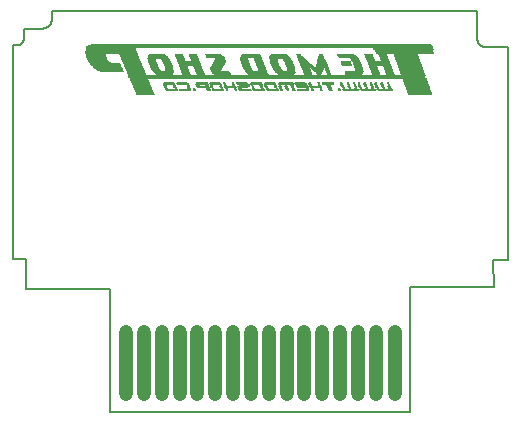
<source format=gbs>
G75*
%MOIN*%
%OFA0B0*%
%FSLAX25Y25*%
%IPPOS*%
%LPD*%
%AMOC8*
5,1,8,0,0,1.08239X$1,22.5*
%
%ADD10C,0.00600*%
%ADD11R,0.04737X0.04737*%
%ADD12C,0.04737*%
%ADD13R,0.05100X0.00050*%
%ADD14R,0.06100X0.00050*%
%ADD15R,0.07650X0.00050*%
%ADD16R,0.06150X0.00050*%
%ADD17R,0.07700X0.00050*%
%ADD18R,0.06200X0.00050*%
%ADD19R,0.07750X0.00050*%
%ADD20R,0.06250X0.00050*%
%ADD21R,0.07800X0.00050*%
%ADD22R,0.04500X0.00050*%
%ADD23R,0.04550X0.00050*%
%ADD24R,0.00950X0.00050*%
%ADD25R,0.01050X0.00050*%
%ADD26R,0.03450X0.00050*%
%ADD27R,0.01000X0.00050*%
%ADD28R,0.02950X0.00050*%
%ADD29R,0.01100X0.00050*%
%ADD30R,0.03500X0.00050*%
%ADD31R,0.02900X0.00050*%
%ADD32R,0.04700X0.00050*%
%ADD33R,0.03700X0.00050*%
%ADD34R,0.03250X0.00050*%
%ADD35R,0.03600X0.00050*%
%ADD36R,0.03650X0.00050*%
%ADD37R,0.04800X0.00050*%
%ADD38R,0.03750X0.00050*%
%ADD39R,0.03400X0.00050*%
%ADD40R,0.04900X0.00050*%
%ADD41R,0.04850X0.00050*%
%ADD42R,0.03850X0.00050*%
%ADD43R,0.03550X0.00050*%
%ADD44R,0.03800X0.00050*%
%ADD45R,0.04950X0.00050*%
%ADD46R,0.05000X0.00050*%
%ADD47R,0.03950X0.00050*%
%ADD48R,0.03900X0.00050*%
%ADD49R,0.05050X0.00050*%
%ADD50R,0.04000X0.00050*%
%ADD51R,0.00900X0.00050*%
%ADD52R,0.07850X0.00050*%
%ADD53R,0.03200X0.00050*%
%ADD54R,0.04050X0.00050*%
%ADD55R,0.04100X0.00050*%
%ADD56R,0.03350X0.00050*%
%ADD57R,0.01200X0.00050*%
%ADD58R,0.01150X0.00050*%
%ADD59R,0.06300X0.00050*%
%ADD60R,0.03300X0.00050*%
%ADD61R,0.04650X0.00050*%
%ADD62R,0.98950X0.00050*%
%ADD63R,0.99000X0.00050*%
%ADD64R,0.99050X0.00050*%
%ADD65R,0.02650X0.00050*%
%ADD66R,0.05150X0.00050*%
%ADD67R,0.00650X0.00050*%
%ADD68R,0.06000X0.00050*%
%ADD69R,0.02600X0.00050*%
%ADD70R,0.04750X0.00050*%
%ADD71R,0.05250X0.00050*%
%ADD72R,0.00750X0.00050*%
%ADD73R,0.06050X0.00050*%
%ADD74R,0.05300X0.00050*%
%ADD75R,0.00800X0.00050*%
%ADD76R,0.05400X0.00050*%
%ADD77R,0.05500X0.00050*%
%ADD78R,0.02700X0.00050*%
%ADD79R,0.05550X0.00050*%
%ADD80R,0.06350X0.00050*%
%ADD81R,0.05650X0.00050*%
%ADD82R,0.06450X0.00050*%
%ADD83R,0.05600X0.00050*%
%ADD84R,0.05700X0.00050*%
%ADD85R,0.06500X0.00050*%
%ADD86R,0.05800X0.00050*%
%ADD87R,0.01300X0.00050*%
%ADD88R,0.06550X0.00050*%
%ADD89R,0.05750X0.00050*%
%ADD90R,0.02550X0.00050*%
%ADD91R,0.01350X0.00050*%
%ADD92R,0.05850X0.00050*%
%ADD93R,0.01400X0.00050*%
%ADD94R,0.06650X0.00050*%
%ADD95R,0.05900X0.00050*%
%ADD96R,0.01550X0.00050*%
%ADD97R,0.05950X0.00050*%
%ADD98R,0.06700X0.00050*%
%ADD99R,0.01600X0.00050*%
%ADD100R,0.01700X0.00050*%
%ADD101R,0.06800X0.00050*%
%ADD102R,0.01750X0.00050*%
%ADD103R,0.01850X0.00050*%
%ADD104R,0.06850X0.00050*%
%ADD105R,0.01900X0.00050*%
%ADD106R,0.06900X0.00050*%
%ADD107R,0.02000X0.00050*%
%ADD108R,0.06400X0.00050*%
%ADD109R,0.02100X0.00050*%
%ADD110R,0.06950X0.00050*%
%ADD111R,0.01250X0.00050*%
%ADD112R,0.02150X0.00050*%
%ADD113R,0.02250X0.00050*%
%ADD114R,0.06600X0.00050*%
%ADD115R,0.07000X0.00050*%
%ADD116R,0.02300X0.00050*%
%ADD117R,0.02350X0.00050*%
%ADD118R,0.02750X0.00050*%
%ADD119R,0.03100X0.00050*%
%ADD120R,0.03050X0.00050*%
%ADD121R,0.03000X0.00050*%
%ADD122R,0.02450X0.00050*%
%ADD123R,0.07300X0.00050*%
%ADD124R,0.02850X0.00050*%
%ADD125R,0.02800X0.00050*%
%ADD126R,0.07450X0.00050*%
%ADD127R,0.03150X0.00050*%
%ADD128R,0.07600X0.00050*%
%ADD129R,0.07950X0.00050*%
%ADD130R,0.08050X0.00050*%
%ADD131R,0.08150X0.00050*%
%ADD132R,0.08250X0.00050*%
%ADD133R,0.08300X0.00050*%
%ADD134R,0.08450X0.00050*%
%ADD135R,0.08500X0.00050*%
%ADD136R,0.08600X0.00050*%
%ADD137R,0.08650X0.00050*%
%ADD138R,0.08700X0.00050*%
%ADD139R,0.08750X0.00050*%
%ADD140R,0.08800X0.00050*%
%ADD141R,0.08900X0.00050*%
%ADD142R,0.08950X0.00050*%
%ADD143R,0.09000X0.00050*%
%ADD144R,0.09050X0.00050*%
%ADD145R,0.09150X0.00050*%
%ADD146R,0.09200X0.00050*%
%ADD147R,0.04150X0.00050*%
%ADD148R,0.09250X0.00050*%
%ADD149R,0.01450X0.00050*%
%ADD150R,0.09300X0.00050*%
%ADD151R,0.09350X0.00050*%
%ADD152R,0.09400X0.00050*%
%ADD153R,0.09450X0.00050*%
%ADD154R,0.01500X0.00050*%
%ADD155R,0.09500X0.00050*%
%ADD156R,0.09550X0.00050*%
%ADD157R,0.09600X0.00050*%
%ADD158R,0.09650X0.00050*%
%ADD159R,0.07350X0.00050*%
%ADD160R,0.09700X0.00050*%
%ADD161R,0.09750X0.00050*%
%ADD162R,0.07400X0.00050*%
%ADD163R,0.09800X0.00050*%
%ADD164R,0.04200X0.00050*%
%ADD165R,0.09850X0.00050*%
%ADD166R,0.09900X0.00050*%
%ADD167R,0.09950X0.00050*%
%ADD168R,0.00350X0.00050*%
%ADD169R,0.07550X0.00050*%
%ADD170R,0.07200X0.00050*%
%ADD171R,0.07050X0.00050*%
%ADD172R,0.06750X0.00050*%
%ADD173R,0.02500X0.00050*%
%ADD174R,0.02400X0.00050*%
%ADD175R,0.02200X0.00050*%
%ADD176R,0.02050X0.00050*%
%ADD177R,0.01950X0.00050*%
%ADD178R,0.07100X0.00050*%
%ADD179R,0.01800X0.00050*%
%ADD180R,0.01650X0.00050*%
%ADD181R,0.05450X0.00050*%
%ADD182R,0.05350X0.00050*%
%ADD183R,0.05200X0.00050*%
%ADD184R,0.04250X0.00050*%
%ADD185R,0.07900X0.00050*%
%ADD186R,0.07500X0.00050*%
%ADD187R,0.19200X0.00050*%
%ADD188R,0.17250X0.00050*%
%ADD189R,0.19400X0.00050*%
%ADD190R,0.17200X0.00050*%
%ADD191R,0.19550X0.00050*%
%ADD192R,0.19500X0.00050*%
%ADD193R,0.17150X0.00050*%
%ADD194R,0.19600X0.00050*%
%ADD195R,0.17100X0.00050*%
%ADD196R,0.17050X0.00050*%
%ADD197R,0.19650X0.00050*%
%ADD198R,0.17000X0.00050*%
%ADD199R,0.16950X0.00050*%
%ADD200R,0.16900X0.00050*%
%ADD201R,0.16800X0.00050*%
%ADD202R,0.19700X0.00050*%
%ADD203R,0.16750X0.00050*%
%ADD204R,0.16700X0.00050*%
%ADD205R,0.16650X0.00050*%
%ADD206R,0.16600X0.00050*%
%ADD207R,0.16550X0.00050*%
%ADD208R,0.16500X0.00050*%
%ADD209R,0.16450X0.00050*%
%ADD210R,0.16400X0.00050*%
%ADD211R,0.16350X0.00050*%
%ADD212R,0.16300X0.00050*%
%ADD213R,0.98400X0.00050*%
%ADD214R,0.16250X0.00050*%
%ADD215R,1.15350X0.00050*%
%ADD216R,1.15300X0.00050*%
%ADD217R,1.15250X0.00050*%
%ADD218R,1.15200X0.00050*%
%ADD219R,1.15100X0.00050*%
%ADD220R,1.15050X0.00050*%
%ADD221R,1.15000X0.00050*%
%ADD222R,1.14950X0.00050*%
%ADD223R,1.14900X0.00050*%
%ADD224R,1.14800X0.00050*%
%ADD225R,1.14750X0.00050*%
%ADD226R,1.14650X0.00050*%
%ADD227R,1.14550X0.00050*%
%ADD228R,1.14450X0.00050*%
%ADD229R,1.14300X0.00050*%
%ADD230R,1.14100X0.00050*%
%ADD231R,1.13900X0.00050*%
%ADD232R,1.13750X0.00050*%
%ADD233R,1.13450X0.00050*%
%ADD234R,1.12600X0.00050*%
%ADD235R,0.00050X0.00050*%
D10*
X0046490Y0004511D02*
X0046415Y0045619D01*
X0018449Y0045619D01*
X0018524Y0055507D01*
X0014221Y0055507D01*
X0014221Y0126729D01*
X0015082Y0126729D01*
X0015187Y0126731D01*
X0015291Y0126737D01*
X0015395Y0126747D01*
X0015499Y0126760D01*
X0015602Y0126778D01*
X0015704Y0126799D01*
X0015806Y0126824D01*
X0015906Y0126853D01*
X0016006Y0126886D01*
X0016104Y0126922D01*
X0016200Y0126962D01*
X0016296Y0127006D01*
X0016389Y0127053D01*
X0016480Y0127104D01*
X0016570Y0127158D01*
X0016658Y0127215D01*
X0016743Y0127276D01*
X0016826Y0127339D01*
X0016906Y0127406D01*
X0016984Y0127476D01*
X0017060Y0127548D01*
X0017132Y0127624D01*
X0017202Y0127702D01*
X0017269Y0127782D01*
X0017332Y0127865D01*
X0017393Y0127950D01*
X0017450Y0128038D01*
X0017504Y0128127D01*
X0017555Y0128219D01*
X0017602Y0128312D01*
X0017646Y0128408D01*
X0017686Y0128504D01*
X0017722Y0128602D01*
X0017755Y0128702D01*
X0017784Y0128802D01*
X0017809Y0128904D01*
X0017830Y0129006D01*
X0017848Y0129109D01*
X0017861Y0129213D01*
X0017871Y0129317D01*
X0017877Y0129421D01*
X0017879Y0129526D01*
X0017879Y0132323D01*
X0023687Y0132323D01*
X0023802Y0132325D01*
X0023917Y0132331D01*
X0024032Y0132340D01*
X0024146Y0132354D01*
X0024260Y0132371D01*
X0024373Y0132392D01*
X0024485Y0132417D01*
X0024596Y0132445D01*
X0024707Y0132478D01*
X0024816Y0132513D01*
X0024924Y0132553D01*
X0025031Y0132596D01*
X0025136Y0132643D01*
X0025239Y0132693D01*
X0025341Y0132747D01*
X0025441Y0132803D01*
X0025539Y0132864D01*
X0025635Y0132927D01*
X0025729Y0132994D01*
X0025820Y0133064D01*
X0025909Y0133137D01*
X0025996Y0133212D01*
X0026080Y0133291D01*
X0026161Y0133372D01*
X0026240Y0133456D01*
X0026315Y0133543D01*
X0026388Y0133632D01*
X0026458Y0133723D01*
X0026525Y0133817D01*
X0026588Y0133913D01*
X0026649Y0134011D01*
X0026705Y0134111D01*
X0026759Y0134213D01*
X0026809Y0134316D01*
X0026856Y0134421D01*
X0026899Y0134528D01*
X0026939Y0134636D01*
X0026974Y0134745D01*
X0027007Y0134856D01*
X0027035Y0134967D01*
X0027060Y0135079D01*
X0027081Y0135192D01*
X0027098Y0135306D01*
X0027112Y0135420D01*
X0027121Y0135535D01*
X0027127Y0135650D01*
X0027129Y0135765D01*
X0027129Y0138129D01*
X0092312Y0138129D01*
X0092345Y0138129D01*
X0092312Y0138129D02*
X0168897Y0138133D01*
X0168897Y0129095D01*
X0168899Y0128987D01*
X0168905Y0128880D01*
X0168914Y0128773D01*
X0168928Y0128666D01*
X0168945Y0128560D01*
X0168966Y0128455D01*
X0168991Y0128350D01*
X0169019Y0128246D01*
X0169051Y0128144D01*
X0169087Y0128042D01*
X0169126Y0127942D01*
X0169169Y0127844D01*
X0169216Y0127747D01*
X0169265Y0127652D01*
X0169319Y0127558D01*
X0169375Y0127467D01*
X0169435Y0127377D01*
X0169498Y0127290D01*
X0169564Y0127205D01*
X0169633Y0127123D01*
X0169705Y0127043D01*
X0169779Y0126965D01*
X0169857Y0126891D01*
X0169937Y0126819D01*
X0170019Y0126750D01*
X0170104Y0126684D01*
X0170191Y0126621D01*
X0170281Y0126561D01*
X0170372Y0126505D01*
X0170466Y0126451D01*
X0170561Y0126402D01*
X0170658Y0126355D01*
X0170756Y0126312D01*
X0170856Y0126273D01*
X0170958Y0126237D01*
X0171060Y0126205D01*
X0171164Y0126177D01*
X0171269Y0126152D01*
X0171374Y0126131D01*
X0171480Y0126114D01*
X0171587Y0126100D01*
X0171694Y0126091D01*
X0171801Y0126085D01*
X0171909Y0126083D01*
X0179008Y0126083D01*
X0179008Y0055292D01*
X0174276Y0055292D01*
X0174351Y0046049D01*
X0146510Y0046049D01*
X0146585Y0004511D01*
X0046490Y0004511D01*
D11*
X0051800Y0012472D03*
X0051800Y0015521D03*
X0051800Y0019466D03*
X0051800Y0023052D03*
X0051800Y0026279D03*
X0051800Y0029328D03*
X0057745Y0029328D03*
X0057745Y0026279D03*
X0057745Y0023052D03*
X0057745Y0019466D03*
X0057745Y0015521D03*
X0057745Y0012472D03*
X0063689Y0012472D03*
X0063689Y0015521D03*
X0063689Y0019466D03*
X0063689Y0023052D03*
X0063689Y0026279D03*
X0063689Y0029328D03*
X0069634Y0029328D03*
X0069634Y0026279D03*
X0069634Y0023052D03*
X0069634Y0019466D03*
X0069634Y0015521D03*
X0069634Y0012472D03*
X0075579Y0012472D03*
X0075579Y0015521D03*
X0075579Y0019466D03*
X0075579Y0023052D03*
X0075579Y0026279D03*
X0075579Y0029328D03*
X0081524Y0029328D03*
X0081524Y0026279D03*
X0081524Y0023052D03*
X0081524Y0019466D03*
X0081524Y0015521D03*
X0081524Y0012472D03*
X0087469Y0012472D03*
X0087469Y0015521D03*
X0087469Y0019466D03*
X0087469Y0023052D03*
X0087469Y0026279D03*
X0087469Y0029328D03*
X0093414Y0029328D03*
X0093414Y0026279D03*
X0093414Y0023052D03*
X0093414Y0019466D03*
X0093414Y0015521D03*
X0093414Y0012472D03*
X0099359Y0012472D03*
X0099359Y0015521D03*
X0099359Y0019466D03*
X0099359Y0023052D03*
X0099359Y0026279D03*
X0099359Y0029328D03*
X0105304Y0029328D03*
X0105304Y0026279D03*
X0105304Y0023052D03*
X0105304Y0019466D03*
X0105304Y0015521D03*
X0105304Y0012472D03*
X0111249Y0012472D03*
X0111249Y0015521D03*
X0111249Y0019466D03*
X0111249Y0023052D03*
X0111249Y0026279D03*
X0111249Y0029328D03*
X0117193Y0029328D03*
X0117193Y0026279D03*
X0117193Y0023052D03*
X0117193Y0019466D03*
X0117193Y0015521D03*
X0117193Y0012472D03*
X0123138Y0012472D03*
X0123138Y0015521D03*
X0123138Y0019466D03*
X0123138Y0023052D03*
X0123138Y0026279D03*
X0123138Y0029328D03*
X0129083Y0029328D03*
X0129083Y0026279D03*
X0129083Y0023052D03*
X0129083Y0019466D03*
X0129083Y0015521D03*
X0129083Y0012472D03*
X0135028Y0012472D03*
X0135028Y0015521D03*
X0135028Y0019466D03*
X0135028Y0023052D03*
X0135028Y0026279D03*
X0135028Y0029328D03*
X0141366Y0029361D03*
X0141366Y0026312D03*
X0141366Y0023085D03*
X0141366Y0019499D03*
X0141366Y0015554D03*
X0141366Y0012506D03*
D12*
X0141366Y0010533D03*
X0135028Y0010500D03*
X0129083Y0010500D03*
X0123138Y0010500D03*
X0117193Y0010500D03*
X0111249Y0010500D03*
X0105304Y0010500D03*
X0099359Y0010500D03*
X0093414Y0010500D03*
X0087469Y0010500D03*
X0081524Y0010500D03*
X0075579Y0010500D03*
X0069634Y0010500D03*
X0063689Y0010500D03*
X0057745Y0010500D03*
X0051800Y0010500D03*
X0051800Y0031121D03*
X0057745Y0031121D03*
X0063689Y0031121D03*
X0069634Y0031121D03*
X0075579Y0031121D03*
X0081524Y0031121D03*
X0087469Y0031121D03*
X0093414Y0031121D03*
X0099359Y0031121D03*
X0105304Y0031121D03*
X0111249Y0031121D03*
X0117193Y0031121D03*
X0123138Y0031121D03*
X0129083Y0031121D03*
X0135028Y0031121D03*
X0141366Y0031154D03*
D13*
X0057833Y0110081D03*
X0064633Y0116881D03*
X0062083Y0123381D03*
X0102633Y0123381D03*
X0105183Y0116881D03*
X0105033Y0113681D03*
X0105033Y0113631D03*
X0105033Y0113581D03*
X0105083Y0113531D03*
X0124783Y0123581D03*
X0126583Y0111931D03*
X0132233Y0111981D03*
X0132283Y0111881D03*
X0137933Y0111931D03*
X0137933Y0111981D03*
D14*
X0127733Y0117431D03*
X0127733Y0117481D03*
X0125633Y0122831D03*
X0125583Y0122881D03*
X0102833Y0122931D03*
X0093483Y0123481D03*
X0083333Y0117631D03*
X0083383Y0117531D03*
X0062283Y0122931D03*
X0058283Y0110181D03*
X0058333Y0110131D03*
D15*
X0149858Y0110331D03*
X0149908Y0110231D03*
D16*
X0127758Y0117531D03*
X0125708Y0122731D03*
X0125658Y0122781D03*
X0105008Y0117331D03*
X0096108Y0116781D03*
X0093458Y0123431D03*
X0083308Y0117681D03*
X0083358Y0117581D03*
X0064458Y0117331D03*
X0058208Y0110381D03*
X0058258Y0110281D03*
X0058258Y0110231D03*
D17*
X0149783Y0110481D03*
X0149833Y0110381D03*
X0149883Y0110281D03*
D18*
X0127733Y0117581D03*
X0127733Y0117631D03*
X0125783Y0122631D03*
X0125733Y0122681D03*
X0104983Y0117381D03*
X0102833Y0122881D03*
X0083283Y0117731D03*
X0064433Y0117381D03*
X0062283Y0122881D03*
X0053083Y0122431D03*
X0056983Y0113231D03*
X0057083Y0112981D03*
X0057133Y0112881D03*
X0057133Y0112831D03*
X0057183Y0112731D03*
X0057233Y0112631D03*
X0057283Y0112531D03*
X0057283Y0112481D03*
X0057333Y0112381D03*
X0057383Y0112281D03*
X0057433Y0112181D03*
X0057433Y0112131D03*
X0057483Y0112031D03*
X0057533Y0111931D03*
X0057583Y0111781D03*
X0057633Y0111681D03*
X0057683Y0111581D03*
X0057783Y0111331D03*
X0058133Y0110531D03*
X0058183Y0110481D03*
X0058183Y0110431D03*
X0058233Y0110331D03*
D19*
X0148158Y0114831D03*
X0148258Y0114581D03*
X0148308Y0114431D03*
X0148358Y0114281D03*
X0148408Y0114181D03*
X0148458Y0114031D03*
X0149508Y0111131D03*
X0149558Y0110981D03*
X0149658Y0110731D03*
X0149708Y0110631D03*
X0149708Y0110581D03*
X0149758Y0110531D03*
X0149808Y0110431D03*
D20*
X0127708Y0117681D03*
X0127708Y0117731D03*
X0125808Y0122581D03*
X0096058Y0116831D03*
X0093458Y0123381D03*
X0058108Y0110631D03*
X0058108Y0110581D03*
X0058058Y0110681D03*
X0058058Y0110731D03*
X0058008Y0110781D03*
X0058008Y0110831D03*
X0058008Y0110881D03*
X0057958Y0110931D03*
X0057958Y0110981D03*
X0057908Y0111031D03*
X0057908Y0111081D03*
X0057858Y0111131D03*
X0057858Y0111181D03*
X0057808Y0111231D03*
X0057808Y0111281D03*
X0057758Y0111381D03*
X0057758Y0111431D03*
X0057708Y0111481D03*
X0057708Y0111531D03*
X0057658Y0111631D03*
X0057608Y0111731D03*
X0057558Y0111831D03*
X0057558Y0111881D03*
X0057508Y0111981D03*
X0057458Y0112081D03*
X0057408Y0112231D03*
X0057358Y0112331D03*
X0057308Y0112431D03*
X0057258Y0112581D03*
X0057208Y0112681D03*
X0057158Y0112781D03*
X0057108Y0112931D03*
X0057058Y0113031D03*
X0057058Y0113081D03*
X0057008Y0113131D03*
X0057008Y0113181D03*
X0056958Y0113281D03*
X0056958Y0113331D03*
X0056908Y0113381D03*
X0056908Y0113431D03*
X0056858Y0113481D03*
X0056858Y0113531D03*
X0056858Y0113581D03*
X0056808Y0113631D03*
X0056808Y0113681D03*
X0056758Y0113731D03*
X0056758Y0113781D03*
X0056758Y0113831D03*
X0056708Y0113881D03*
X0056708Y0113931D03*
X0056658Y0114031D03*
X0056608Y0114131D03*
X0056608Y0114181D03*
X0056558Y0114281D03*
X0056508Y0114381D03*
X0056458Y0114531D03*
X0056408Y0114631D03*
X0056358Y0114731D03*
X0056308Y0114831D03*
X0056308Y0114881D03*
X0056258Y0114981D03*
X0056208Y0115081D03*
X0056158Y0115181D03*
X0056158Y0115231D03*
X0056108Y0115281D03*
X0056108Y0115331D03*
X0056058Y0115381D03*
X0056058Y0115431D03*
X0055558Y0116631D03*
X0055508Y0116781D03*
X0055458Y0116881D03*
X0055408Y0116981D03*
X0055358Y0117081D03*
X0055358Y0117131D03*
X0055308Y0117231D03*
X0055258Y0117331D03*
X0055208Y0117431D03*
X0055208Y0117481D03*
X0055158Y0117531D03*
X0055158Y0117581D03*
X0055108Y0117681D03*
X0055058Y0117781D03*
X0055058Y0117831D03*
X0055008Y0117881D03*
X0055008Y0117931D03*
X0054958Y0117981D03*
X0054958Y0118031D03*
X0054958Y0118081D03*
X0054908Y0118131D03*
X0054908Y0118181D03*
X0054858Y0118231D03*
X0054858Y0118281D03*
X0054808Y0118381D03*
X0054808Y0118431D03*
X0054758Y0118481D03*
X0054758Y0118531D03*
X0054708Y0118581D03*
X0054708Y0118631D03*
X0054658Y0118731D03*
X0054658Y0118781D03*
X0054608Y0118831D03*
X0054608Y0118881D03*
X0054558Y0118981D03*
X0054558Y0119031D03*
X0054508Y0119081D03*
X0054508Y0119131D03*
X0054458Y0119181D03*
X0054458Y0119231D03*
X0054408Y0119331D03*
X0054408Y0119381D03*
X0054358Y0119431D03*
X0054358Y0119481D03*
X0054308Y0119531D03*
X0054308Y0119581D03*
X0054258Y0119681D03*
X0054258Y0119731D03*
X0054208Y0119781D03*
X0054208Y0119831D03*
X0054158Y0119931D03*
X0054158Y0119981D03*
X0054108Y0120031D03*
X0054108Y0120081D03*
X0054058Y0120131D03*
X0054058Y0120181D03*
X0054008Y0120281D03*
X0054008Y0120331D03*
X0053958Y0120381D03*
X0053958Y0120431D03*
X0053908Y0120481D03*
X0053908Y0120531D03*
X0053858Y0120631D03*
X0053858Y0120681D03*
X0053808Y0120731D03*
X0053808Y0120781D03*
X0053758Y0120881D03*
X0053708Y0120981D03*
X0053708Y0121031D03*
X0053658Y0121081D03*
X0053658Y0121131D03*
X0053608Y0121181D03*
X0053608Y0121231D03*
X0053558Y0121331D03*
X0053558Y0121381D03*
X0053508Y0121431D03*
X0053508Y0121481D03*
X0053458Y0121531D03*
X0053458Y0121581D03*
X0053408Y0121631D03*
X0053408Y0121681D03*
X0053408Y0121731D03*
X0053358Y0121781D03*
X0053358Y0121831D03*
X0053308Y0121881D03*
X0053308Y0121931D03*
X0053258Y0121981D03*
X0053258Y0122031D03*
X0053258Y0122081D03*
X0053208Y0122131D03*
X0053208Y0122181D03*
X0053158Y0122231D03*
X0053158Y0122281D03*
X0053108Y0122331D03*
X0053108Y0122381D03*
X0053058Y0122481D03*
X0053058Y0122531D03*
X0053008Y0122581D03*
X0053008Y0122631D03*
X0052958Y0122681D03*
X0052958Y0122731D03*
X0052958Y0122781D03*
X0052908Y0122831D03*
X0052908Y0122881D03*
X0052858Y0122931D03*
X0052858Y0122981D03*
X0052808Y0123031D03*
X0052808Y0123081D03*
X0052808Y0123131D03*
X0052758Y0123181D03*
X0052758Y0123231D03*
X0052708Y0123281D03*
X0052708Y0123331D03*
X0052658Y0123431D03*
X0052658Y0123481D03*
X0052608Y0123531D03*
X0052608Y0123581D03*
X0052558Y0123631D03*
X0052558Y0123681D03*
X0052508Y0123781D03*
X0052508Y0123831D03*
X0052458Y0123881D03*
D21*
X0046983Y0117981D03*
X0144933Y0123731D03*
X0144933Y0123781D03*
X0144983Y0123631D03*
X0144983Y0123581D03*
X0145033Y0123531D03*
X0145033Y0123481D03*
X0145083Y0123381D03*
X0145083Y0123331D03*
X0145133Y0123231D03*
X0145133Y0123181D03*
X0145183Y0123081D03*
X0145233Y0122981D03*
X0145233Y0122931D03*
X0145283Y0122831D03*
X0145283Y0122781D03*
X0145333Y0122681D03*
X0145383Y0122531D03*
X0145433Y0122431D03*
X0145433Y0122381D03*
X0145483Y0122281D03*
X0145483Y0122231D03*
X0145533Y0122131D03*
X0145583Y0121981D03*
X0145633Y0121881D03*
X0145633Y0121831D03*
X0145683Y0121731D03*
X0145733Y0121581D03*
X0145783Y0121481D03*
X0145783Y0121431D03*
X0145833Y0121331D03*
X0145883Y0121181D03*
X0145933Y0121031D03*
X0145983Y0120931D03*
X0146033Y0120781D03*
X0146083Y0120631D03*
X0146133Y0120481D03*
X0146183Y0120381D03*
X0146233Y0120231D03*
X0146283Y0120081D03*
X0146383Y0119831D03*
X0146433Y0119681D03*
X0146583Y0119281D03*
X0146633Y0119131D03*
X0146683Y0118981D03*
X0146783Y0118731D03*
X0146833Y0118581D03*
X0146883Y0118431D03*
X0146983Y0118181D03*
X0147033Y0118031D03*
X0147083Y0117881D03*
X0147133Y0117781D03*
X0147183Y0117631D03*
X0147233Y0117481D03*
X0147283Y0117331D03*
X0147333Y0117231D03*
X0147333Y0117181D03*
X0147383Y0117081D03*
X0147383Y0117031D03*
X0147433Y0116931D03*
X0147483Y0116781D03*
X0147533Y0116681D03*
X0147533Y0116631D03*
X0147933Y0115481D03*
X0147983Y0115381D03*
X0147983Y0115331D03*
X0148033Y0115231D03*
X0148033Y0115181D03*
X0148083Y0115131D03*
X0148083Y0115081D03*
X0148083Y0115031D03*
X0148133Y0114981D03*
X0148133Y0114931D03*
X0148133Y0114881D03*
X0148183Y0114781D03*
X0148183Y0114731D03*
X0148233Y0114681D03*
X0148233Y0114631D03*
X0148283Y0114531D03*
X0148283Y0114481D03*
X0148333Y0114381D03*
X0148333Y0114331D03*
X0148383Y0114231D03*
X0148433Y0114131D03*
X0148433Y0114081D03*
X0148483Y0113981D03*
X0148483Y0113931D03*
X0148533Y0113881D03*
X0148533Y0113831D03*
X0148533Y0113781D03*
X0148583Y0113731D03*
X0148583Y0113681D03*
X0148633Y0113631D03*
X0148633Y0113581D03*
X0148633Y0113531D03*
X0148683Y0113481D03*
X0148683Y0113431D03*
X0148733Y0113331D03*
X0148733Y0113281D03*
X0148783Y0113181D03*
X0148833Y0113081D03*
X0148833Y0113031D03*
X0148883Y0112931D03*
X0148933Y0112781D03*
X0148983Y0112631D03*
X0149033Y0112531D03*
X0149033Y0112481D03*
X0149083Y0112381D03*
X0149083Y0112331D03*
X0149133Y0112231D03*
X0149133Y0112181D03*
X0149183Y0112081D03*
X0149233Y0111981D03*
X0149233Y0111931D03*
X0149233Y0111881D03*
X0149283Y0111831D03*
X0149283Y0111781D03*
X0149283Y0111731D03*
X0149333Y0111681D03*
X0149333Y0111631D03*
X0149333Y0111581D03*
X0149383Y0111531D03*
X0149383Y0111481D03*
X0149383Y0111431D03*
X0149433Y0111381D03*
X0149433Y0111331D03*
X0149433Y0111281D03*
X0149483Y0111231D03*
X0149483Y0111181D03*
X0149533Y0111081D03*
X0149533Y0111031D03*
X0149583Y0110931D03*
X0149583Y0110881D03*
X0149633Y0110831D03*
X0149633Y0110781D03*
X0149683Y0110681D03*
D22*
X0138433Y0111431D03*
X0105233Y0116631D03*
X0105233Y0116681D03*
X0102533Y0123531D03*
X0064683Y0116681D03*
X0064683Y0116631D03*
X0061983Y0123531D03*
D23*
X0127058Y0111431D03*
X0132708Y0111431D03*
D24*
X0132158Y0112081D03*
X0132158Y0112131D03*
X0132158Y0112181D03*
X0132108Y0112231D03*
X0132108Y0112281D03*
X0132058Y0112331D03*
X0132058Y0112381D03*
X0132058Y0112431D03*
X0132008Y0112481D03*
X0132008Y0112531D03*
X0131958Y0112581D03*
X0131958Y0112631D03*
X0131958Y0112681D03*
X0131908Y0112731D03*
X0131908Y0112781D03*
X0131858Y0112831D03*
X0131858Y0112881D03*
X0131808Y0112981D03*
X0131808Y0113031D03*
X0131758Y0113081D03*
X0131758Y0113131D03*
X0131708Y0113231D03*
X0131708Y0113281D03*
X0131658Y0113331D03*
X0131658Y0113381D03*
X0131608Y0113481D03*
X0131608Y0113531D03*
X0131558Y0113581D03*
X0131558Y0113631D03*
X0131508Y0113731D03*
X0131508Y0113781D03*
X0131458Y0113831D03*
X0131458Y0113881D03*
X0131408Y0113981D03*
X0131408Y0114031D03*
X0129608Y0113331D03*
X0129608Y0113281D03*
X0129608Y0113231D03*
X0129658Y0113181D03*
X0129658Y0113131D03*
X0129708Y0113081D03*
X0129708Y0113031D03*
X0129758Y0112931D03*
X0129758Y0112881D03*
X0129808Y0112831D03*
X0129808Y0112781D03*
X0129858Y0112681D03*
X0129858Y0112631D03*
X0129908Y0112581D03*
X0129908Y0112531D03*
X0129958Y0112481D03*
X0129958Y0112431D03*
X0129958Y0112381D03*
X0130008Y0112331D03*
X0130008Y0112281D03*
X0130058Y0112231D03*
X0130058Y0112181D03*
X0130108Y0112081D03*
X0129558Y0113381D03*
X0129558Y0113431D03*
X0129508Y0113481D03*
X0129508Y0113531D03*
X0129508Y0113581D03*
X0129458Y0113631D03*
X0129458Y0113681D03*
X0129408Y0113731D03*
X0129408Y0113781D03*
X0129408Y0113831D03*
X0129358Y0113881D03*
X0129358Y0113931D03*
X0129308Y0113981D03*
X0129308Y0114031D03*
X0128058Y0113431D03*
X0128058Y0113381D03*
X0128058Y0113331D03*
X0128108Y0113281D03*
X0128108Y0113231D03*
X0128158Y0113181D03*
X0128158Y0113131D03*
X0128158Y0113081D03*
X0128208Y0113031D03*
X0128208Y0112981D03*
X0128258Y0112931D03*
X0128258Y0112881D03*
X0128258Y0112831D03*
X0128308Y0112781D03*
X0128308Y0112731D03*
X0128358Y0112681D03*
X0128358Y0112631D03*
X0128358Y0112581D03*
X0128408Y0112531D03*
X0128408Y0112481D03*
X0128458Y0112431D03*
X0128458Y0112381D03*
X0128508Y0112281D03*
X0128508Y0112231D03*
X0128558Y0112181D03*
X0128558Y0112131D03*
X0128008Y0113481D03*
X0128008Y0113531D03*
X0127958Y0113581D03*
X0127958Y0113631D03*
X0127958Y0113681D03*
X0127908Y0113731D03*
X0127908Y0113781D03*
X0127858Y0113831D03*
X0127858Y0113881D03*
X0127858Y0113931D03*
X0127808Y0113981D03*
X0127808Y0114031D03*
X0126008Y0113331D03*
X0126008Y0113281D03*
X0126008Y0113231D03*
X0126058Y0113181D03*
X0126058Y0113131D03*
X0126108Y0113081D03*
X0126108Y0113031D03*
X0126158Y0112931D03*
X0126158Y0112881D03*
X0126208Y0112831D03*
X0126208Y0112781D03*
X0126258Y0112681D03*
X0126258Y0112631D03*
X0126308Y0112581D03*
X0126308Y0112531D03*
X0126358Y0112431D03*
X0126358Y0112381D03*
X0126408Y0112331D03*
X0126408Y0112281D03*
X0126458Y0112231D03*
X0126458Y0112181D03*
X0126458Y0112131D03*
X0126508Y0112081D03*
X0126508Y0112031D03*
X0125958Y0113381D03*
X0125958Y0113431D03*
X0125908Y0113481D03*
X0125908Y0113531D03*
X0125908Y0113581D03*
X0125858Y0113631D03*
X0125858Y0113681D03*
X0125808Y0113731D03*
X0125808Y0113781D03*
X0125808Y0113831D03*
X0125758Y0113881D03*
X0125758Y0113931D03*
X0125708Y0113981D03*
X0125708Y0114031D03*
X0123908Y0113381D03*
X0123908Y0113331D03*
X0123958Y0113231D03*
X0123958Y0113181D03*
X0124008Y0113131D03*
X0124008Y0113081D03*
X0124058Y0112981D03*
X0124058Y0112931D03*
X0124108Y0112881D03*
X0124108Y0112831D03*
X0124158Y0112731D03*
X0124158Y0112681D03*
X0124208Y0112631D03*
X0124208Y0112581D03*
X0124258Y0112531D03*
X0124258Y0112481D03*
X0124258Y0112431D03*
X0124308Y0112381D03*
X0124308Y0112331D03*
X0124358Y0112281D03*
X0124358Y0112231D03*
X0124408Y0112131D03*
X0124458Y0112031D03*
X0123108Y0111581D03*
X0123108Y0111531D03*
X0123158Y0111431D03*
X0123058Y0111631D03*
X0123058Y0111681D03*
X0123008Y0111731D03*
X0123008Y0111781D03*
X0122958Y0111881D03*
X0122958Y0111931D03*
X0122908Y0111981D03*
X0122908Y0112031D03*
X0123858Y0113431D03*
X0123858Y0113481D03*
X0123808Y0113581D03*
X0123808Y0113631D03*
X0123758Y0113681D03*
X0123758Y0113731D03*
X0123708Y0113831D03*
X0123708Y0113881D03*
X0123658Y0113931D03*
X0123658Y0113981D03*
X0123608Y0114031D03*
X0117008Y0111481D03*
X0117008Y0111431D03*
X0116958Y0111531D03*
X0116958Y0111581D03*
X0116908Y0111631D03*
X0116908Y0111681D03*
X0116908Y0111731D03*
X0116858Y0111781D03*
X0116858Y0111831D03*
X0116808Y0111881D03*
X0116808Y0111931D03*
X0116808Y0111981D03*
X0116758Y0112031D03*
X0116758Y0112081D03*
X0116708Y0112131D03*
X0116708Y0112181D03*
X0116708Y0112231D03*
X0116658Y0112281D03*
X0116658Y0112331D03*
X0116608Y0112381D03*
X0116358Y0113031D03*
X0116358Y0113081D03*
X0116308Y0113131D03*
X0116308Y0113181D03*
X0116258Y0113281D03*
X0116258Y0113331D03*
X0116208Y0113381D03*
X0116208Y0113431D03*
X0116158Y0113531D03*
X0116108Y0113631D03*
X0116108Y0113681D03*
X0116058Y0113781D03*
X0116008Y0113881D03*
X0115958Y0114031D03*
X0116308Y0116831D03*
X0113108Y0113981D03*
X0113108Y0113931D03*
X0113158Y0113881D03*
X0113158Y0113831D03*
X0113208Y0113731D03*
X0113208Y0113681D03*
X0113258Y0113631D03*
X0113258Y0113581D03*
X0113308Y0113481D03*
X0113308Y0113431D03*
X0113358Y0113381D03*
X0113358Y0113331D03*
X0113408Y0113231D03*
X0113408Y0113181D03*
X0113458Y0113131D03*
X0113458Y0113081D03*
X0113758Y0112381D03*
X0113758Y0112331D03*
X0113758Y0112281D03*
X0113808Y0112231D03*
X0113808Y0112181D03*
X0113858Y0112131D03*
X0113858Y0112081D03*
X0113858Y0112031D03*
X0113908Y0111981D03*
X0113908Y0111931D03*
X0113958Y0111881D03*
X0113958Y0111831D03*
X0113958Y0111781D03*
X0114008Y0111731D03*
X0114008Y0111681D03*
X0114058Y0111631D03*
X0114058Y0111581D03*
X0114108Y0111481D03*
X0114108Y0111431D03*
X0112358Y0112031D03*
X0112358Y0112081D03*
X0112308Y0112131D03*
X0112308Y0112181D03*
X0112308Y0112231D03*
X0112258Y0112281D03*
X0112258Y0112331D03*
X0112208Y0112431D03*
X0112208Y0112481D03*
X0112158Y0112531D03*
X0111908Y0113131D03*
X0111758Y0113431D03*
X0111758Y0113481D03*
X0111708Y0113531D03*
X0113058Y0114031D03*
X0107758Y0112031D03*
X0107758Y0111981D03*
X0107808Y0111881D03*
X0107808Y0111831D03*
X0107858Y0111781D03*
X0107858Y0111731D03*
X0107908Y0111631D03*
X0107958Y0111531D03*
X0107958Y0111481D03*
X0107708Y0112081D03*
X0107708Y0112131D03*
X0107658Y0112231D03*
X0107658Y0112281D03*
X0107608Y0112331D03*
X0107608Y0112381D03*
X0107558Y0112481D03*
X0107558Y0112531D03*
X0107508Y0112581D03*
X0107508Y0112631D03*
X0107458Y0112731D03*
X0107458Y0112781D03*
X0107408Y0112831D03*
X0107408Y0112881D03*
X0107358Y0112981D03*
X0107358Y0113031D03*
X0107308Y0113081D03*
X0107308Y0113131D03*
X0107258Y0113231D03*
X0107258Y0113281D03*
X0107208Y0113331D03*
X0107208Y0113381D03*
X0107158Y0113481D03*
X0105358Y0112831D03*
X0105358Y0112781D03*
X0105408Y0112681D03*
X0105408Y0112631D03*
X0105458Y0112581D03*
X0105458Y0112531D03*
X0105508Y0112431D03*
X0105508Y0112381D03*
X0105558Y0112331D03*
X0105558Y0112281D03*
X0105608Y0112181D03*
X0105608Y0112131D03*
X0105658Y0112081D03*
X0105658Y0112031D03*
X0105708Y0111931D03*
X0105708Y0111881D03*
X0105758Y0111831D03*
X0105758Y0111781D03*
X0105808Y0111681D03*
X0105808Y0111631D03*
X0105858Y0111581D03*
X0105858Y0111531D03*
X0105908Y0111481D03*
X0105908Y0111431D03*
X0105308Y0112881D03*
X0105308Y0112931D03*
X0105258Y0113031D03*
X0105258Y0113081D03*
X0105208Y0113131D03*
X0105208Y0113181D03*
X0105158Y0113231D03*
X0105158Y0113281D03*
X0105158Y0113331D03*
X0105108Y0113381D03*
X0105108Y0113431D03*
X0103308Y0112731D03*
X0103308Y0112681D03*
X0103358Y0112581D03*
X0103408Y0112481D03*
X0103408Y0112431D03*
X0103458Y0112331D03*
X0103508Y0112231D03*
X0103508Y0112181D03*
X0103558Y0112081D03*
X0103608Y0111981D03*
X0103608Y0111931D03*
X0103658Y0111881D03*
X0103658Y0111831D03*
X0103708Y0111731D03*
X0103708Y0111681D03*
X0103758Y0111631D03*
X0103758Y0111581D03*
X0103808Y0111481D03*
X0103808Y0111431D03*
X0103258Y0112831D03*
X0103208Y0112931D03*
X0103208Y0112981D03*
X0103158Y0113031D03*
X0103158Y0113081D03*
X0103158Y0113131D03*
X0103108Y0113181D03*
X0103108Y0113231D03*
X0103058Y0113281D03*
X0103058Y0113331D03*
X0103058Y0113381D03*
X0103008Y0113431D03*
X0103008Y0113481D03*
X0101708Y0112981D03*
X0101708Y0112931D03*
X0101758Y0112831D03*
X0101758Y0112781D03*
X0101808Y0112731D03*
X0101808Y0112681D03*
X0101858Y0112581D03*
X0101858Y0112531D03*
X0101908Y0112481D03*
X0101908Y0112431D03*
X0101958Y0112331D03*
X0101958Y0112281D03*
X0102008Y0112181D03*
X0102008Y0112131D03*
X0102058Y0112031D03*
X0101658Y0113031D03*
X0101658Y0113081D03*
X0101608Y0113131D03*
X0101608Y0113181D03*
X0101558Y0113281D03*
X0101508Y0113381D03*
X0098958Y0112131D03*
X0098958Y0112081D03*
X0099008Y0112031D03*
X0098908Y0112181D03*
X0098908Y0112231D03*
X0098858Y0112281D03*
X0098858Y0112331D03*
X0098808Y0112431D03*
X0098808Y0112481D03*
X0098758Y0112531D03*
X0098758Y0112581D03*
X0098708Y0112681D03*
X0098658Y0112781D03*
X0098608Y0112931D03*
X0098558Y0113031D03*
X0098558Y0113081D03*
X0098508Y0113181D03*
X0098508Y0113231D03*
X0098458Y0113281D03*
X0098458Y0113331D03*
X0098408Y0113431D03*
X0098408Y0113481D03*
X0097058Y0112981D03*
X0097058Y0112931D03*
X0097108Y0112831D03*
X0097158Y0112731D03*
X0097158Y0112681D03*
X0097208Y0112581D03*
X0097258Y0112481D03*
X0097258Y0112431D03*
X0097308Y0112331D03*
X0097358Y0112231D03*
X0097358Y0112181D03*
X0097408Y0112081D03*
X0097008Y0113081D03*
X0096958Y0113181D03*
X0096958Y0113231D03*
X0096908Y0113331D03*
X0096858Y0113431D03*
X0096858Y0113481D03*
X0094208Y0112381D03*
X0094158Y0112481D03*
X0094108Y0112581D03*
X0094108Y0112631D03*
X0094058Y0112731D03*
X0094008Y0112831D03*
X0094008Y0112881D03*
X0093958Y0112981D03*
X0093908Y0113081D03*
X0093908Y0113131D03*
X0093858Y0113231D03*
X0092458Y0113081D03*
X0092408Y0113181D03*
X0088408Y0111681D03*
X0088408Y0111631D03*
X0088408Y0111581D03*
X0088458Y0111531D03*
X0088458Y0111481D03*
X0088508Y0111431D03*
X0088358Y0111731D03*
X0088358Y0111781D03*
X0088308Y0111831D03*
X0088308Y0111881D03*
X0088308Y0111931D03*
X0088258Y0111981D03*
X0088258Y0112031D03*
X0088208Y0112081D03*
X0088208Y0112131D03*
X0088208Y0112181D03*
X0088158Y0112231D03*
X0088158Y0112281D03*
X0088108Y0112331D03*
X0088108Y0112381D03*
X0087808Y0113081D03*
X0087808Y0113131D03*
X0087808Y0113181D03*
X0087758Y0113231D03*
X0087758Y0113281D03*
X0087708Y0113331D03*
X0087708Y0113381D03*
X0087658Y0113481D03*
X0087658Y0113531D03*
X0087608Y0113581D03*
X0087608Y0113631D03*
X0087558Y0113731D03*
X0087558Y0113781D03*
X0087508Y0113831D03*
X0087508Y0113881D03*
X0087458Y0113981D03*
X0087408Y0114081D03*
X0084958Y0113081D03*
X0084958Y0113031D03*
X0084908Y0113131D03*
X0084908Y0113181D03*
X0084858Y0113231D03*
X0084858Y0113281D03*
X0084858Y0113331D03*
X0084808Y0113381D03*
X0084808Y0113431D03*
X0084758Y0113481D03*
X0084758Y0113531D03*
X0084758Y0113581D03*
X0084708Y0113631D03*
X0084708Y0113681D03*
X0084658Y0113731D03*
X0084658Y0113781D03*
X0084658Y0113831D03*
X0084608Y0113881D03*
X0084608Y0113931D03*
X0084558Y0113981D03*
X0084558Y0114031D03*
X0083308Y0113381D03*
X0083358Y0113281D03*
X0083358Y0113231D03*
X0083408Y0113181D03*
X0083408Y0113131D03*
X0083458Y0113081D03*
X0083458Y0113031D03*
X0083458Y0112981D03*
X0083508Y0112931D03*
X0083508Y0112881D03*
X0083558Y0112831D03*
X0083558Y0112781D03*
X0083608Y0112681D03*
X0083658Y0112581D03*
X0083658Y0112531D03*
X0083708Y0112431D03*
X0083708Y0112381D03*
X0083758Y0112331D03*
X0083758Y0112281D03*
X0083758Y0112231D03*
X0083808Y0112181D03*
X0083808Y0112131D03*
X0083258Y0113481D03*
X0085258Y0112331D03*
X0085258Y0112281D03*
X0085308Y0112181D03*
X0085308Y0112131D03*
X0085358Y0112081D03*
X0085358Y0112031D03*
X0085408Y0111981D03*
X0085408Y0111931D03*
X0085408Y0111881D03*
X0085458Y0111831D03*
X0085458Y0111781D03*
X0085508Y0111731D03*
X0085508Y0111681D03*
X0085508Y0111631D03*
X0085558Y0111581D03*
X0085558Y0111531D03*
X0085608Y0111481D03*
X0085608Y0111431D03*
X0080758Y0112081D03*
X0080708Y0112181D03*
X0080708Y0112231D03*
X0080658Y0112281D03*
X0080658Y0112331D03*
X0080608Y0112381D03*
X0080608Y0112431D03*
X0080558Y0112531D03*
X0080558Y0112581D03*
X0080508Y0112631D03*
X0080508Y0112681D03*
X0080458Y0112781D03*
X0080408Y0112881D03*
X0080408Y0112931D03*
X0080358Y0113031D03*
X0080308Y0113131D03*
X0080308Y0113181D03*
X0080258Y0113231D03*
X0080258Y0113281D03*
X0080258Y0113331D03*
X0080208Y0113381D03*
X0080208Y0113431D03*
X0080208Y0113481D03*
X0074808Y0111531D03*
X0074808Y0111481D03*
X0074758Y0111581D03*
X0074758Y0111631D03*
X0074708Y0111731D03*
X0074708Y0111781D03*
X0074658Y0111831D03*
X0074658Y0111881D03*
X0074608Y0111931D03*
X0074608Y0111981D03*
X0073008Y0112031D03*
X0073008Y0112081D03*
X0073008Y0112131D03*
X0073008Y0112181D03*
X0072958Y0112231D03*
X0072958Y0112281D03*
X0072908Y0112381D03*
X0072908Y0112431D03*
X0072858Y0112531D03*
X0072808Y0112631D03*
X0072808Y0112681D03*
X0072758Y0112781D03*
X0072708Y0112881D03*
X0072708Y0112931D03*
X0072658Y0112981D03*
X0072658Y0113031D03*
X0072608Y0113131D03*
X0072608Y0113181D03*
X0072558Y0113231D03*
X0072558Y0113281D03*
X0072508Y0113331D03*
X0072508Y0113381D03*
X0072458Y0113481D03*
X0068408Y0112131D03*
X0068408Y0112081D03*
X0068408Y0112031D03*
X0068358Y0112181D03*
X0068358Y0112231D03*
X0068358Y0112281D03*
X0068308Y0112331D03*
X0068308Y0112381D03*
X0068258Y0112481D03*
X0068258Y0112531D03*
X0068208Y0112631D03*
X0068158Y0112731D03*
X0068158Y0112781D03*
X0068108Y0112881D03*
X0068058Y0112981D03*
X0068008Y0113081D03*
X0068008Y0113131D03*
X0067958Y0113181D03*
X0067958Y0113231D03*
X0067908Y0113281D03*
X0067908Y0113331D03*
X0067858Y0113431D03*
X0065258Y0112331D03*
X0065258Y0112281D03*
X0065308Y0112181D03*
X0065308Y0112131D03*
X0065358Y0112081D03*
X0065358Y0112031D03*
X0065208Y0112381D03*
X0065208Y0112431D03*
X0065158Y0112481D03*
X0065158Y0112531D03*
X0065108Y0112631D03*
X0065108Y0112681D03*
X0065058Y0112731D03*
X0065058Y0112781D03*
X0065008Y0112881D03*
X0065008Y0112931D03*
X0064958Y0112981D03*
X0064958Y0113031D03*
X0064908Y0113131D03*
X0064908Y0113181D03*
X0064858Y0113231D03*
X0064858Y0113281D03*
X0064858Y0113331D03*
X0064808Y0113381D03*
X0064808Y0113431D03*
X0064808Y0113481D03*
X0133458Y0114031D03*
X0133458Y0114081D03*
X0133508Y0113981D03*
X0133508Y0113931D03*
X0133558Y0113831D03*
X0133558Y0113781D03*
X0133608Y0113731D03*
X0133608Y0113681D03*
X0133658Y0113631D03*
X0133658Y0113581D03*
X0133658Y0113531D03*
X0133708Y0113481D03*
X0133708Y0113431D03*
X0133758Y0113381D03*
X0133758Y0113331D03*
X0133808Y0113231D03*
X0133808Y0113181D03*
X0133858Y0113131D03*
X0133858Y0113081D03*
X0133908Y0112981D03*
X0133908Y0112931D03*
X0133958Y0112881D03*
X0133958Y0112831D03*
X0134008Y0112731D03*
X0134008Y0112681D03*
X0134058Y0112631D03*
X0134058Y0112581D03*
X0134108Y0112481D03*
X0134108Y0112431D03*
X0134158Y0112381D03*
X0134158Y0112331D03*
X0134208Y0112231D03*
X0134208Y0112181D03*
X0134258Y0112131D03*
X0134258Y0112081D03*
X0135558Y0112581D03*
X0135558Y0112631D03*
X0135608Y0112531D03*
X0135608Y0112481D03*
X0135658Y0112431D03*
X0135658Y0112381D03*
X0135658Y0112331D03*
X0135708Y0112281D03*
X0135708Y0112231D03*
X0135758Y0112181D03*
X0135758Y0112131D03*
X0135808Y0112031D03*
X0135508Y0112731D03*
X0135508Y0112781D03*
X0135458Y0112831D03*
X0135458Y0112881D03*
X0135408Y0112981D03*
X0135408Y0113031D03*
X0135358Y0113081D03*
X0135358Y0113131D03*
X0135308Y0113231D03*
X0135308Y0113281D03*
X0135258Y0113331D03*
X0135258Y0113381D03*
X0135208Y0113481D03*
X0135208Y0113531D03*
X0135158Y0113581D03*
X0135158Y0113631D03*
X0135108Y0113731D03*
X0135108Y0113781D03*
X0135058Y0113831D03*
X0135058Y0113881D03*
X0135008Y0113981D03*
X0135008Y0114031D03*
X0137058Y0114031D03*
X0137108Y0113981D03*
X0137108Y0113931D03*
X0137158Y0113831D03*
X0137158Y0113781D03*
X0137208Y0113731D03*
X0137208Y0113681D03*
X0137258Y0113581D03*
X0137258Y0113531D03*
X0137308Y0113481D03*
X0137308Y0113431D03*
X0137358Y0113331D03*
X0137358Y0113281D03*
X0137408Y0113231D03*
X0137408Y0113181D03*
X0137458Y0113081D03*
X0137458Y0113031D03*
X0137508Y0112981D03*
X0137508Y0112931D03*
X0137558Y0112831D03*
X0137558Y0112781D03*
X0137608Y0112731D03*
X0137608Y0112681D03*
X0137658Y0112581D03*
X0137658Y0112531D03*
X0137708Y0112481D03*
X0137708Y0112431D03*
X0137758Y0112331D03*
X0137758Y0112281D03*
X0137808Y0112231D03*
X0137808Y0112181D03*
X0137858Y0112131D03*
X0137858Y0112081D03*
X0137858Y0112031D03*
X0139708Y0112631D03*
X0139708Y0112681D03*
X0139758Y0112581D03*
X0139758Y0112531D03*
X0139808Y0112431D03*
X0139808Y0112381D03*
X0139858Y0112331D03*
X0139858Y0112281D03*
X0139908Y0112181D03*
X0139908Y0112131D03*
X0139958Y0112081D03*
X0139958Y0112031D03*
X0139658Y0112781D03*
X0139658Y0112831D03*
X0139608Y0112881D03*
X0139608Y0112931D03*
X0139558Y0113031D03*
X0139558Y0113081D03*
X0139508Y0113131D03*
X0139508Y0113181D03*
X0139458Y0113231D03*
X0139458Y0113281D03*
X0139458Y0113331D03*
X0139408Y0113381D03*
X0139408Y0113431D03*
X0139358Y0113481D03*
X0139358Y0113531D03*
X0139358Y0113581D03*
X0139308Y0113631D03*
X0139308Y0113681D03*
X0139258Y0113731D03*
X0139258Y0113781D03*
X0139208Y0113881D03*
X0139158Y0113981D03*
X0139158Y0114031D03*
D25*
X0120058Y0111481D03*
X0120058Y0111431D03*
X0120008Y0111581D03*
X0119958Y0111681D03*
X0119908Y0111831D03*
X0119858Y0111931D03*
X0119808Y0112081D03*
X0119758Y0112181D03*
X0119708Y0112331D03*
X0119658Y0112431D03*
X0119608Y0112581D03*
X0119558Y0112681D03*
X0119508Y0112781D03*
X0119508Y0112831D03*
X0119458Y0112931D03*
X0119408Y0113031D03*
X0119358Y0113181D03*
X0119308Y0113281D03*
X0119258Y0113431D03*
X0116258Y0116931D03*
X0111908Y0113081D03*
X0109158Y0123581D03*
X0109108Y0123631D03*
X0092308Y0113381D03*
X0092308Y0113331D03*
X0092358Y0113281D03*
X0092258Y0113431D03*
X0089658Y0112531D03*
X0089658Y0112481D03*
X0089658Y0112431D03*
X0089658Y0112381D03*
X0089708Y0112331D03*
X0089708Y0112281D03*
X0089758Y0112181D03*
X0089758Y0112131D03*
X0089808Y0112081D03*
X0089808Y0112031D03*
X0089858Y0111981D03*
X0079408Y0111481D03*
X0079358Y0111581D03*
X0079308Y0111731D03*
X0079258Y0111831D03*
X0079208Y0111931D03*
X0079208Y0111981D03*
X0079158Y0112081D03*
X0079108Y0112181D03*
X0079108Y0112231D03*
X0079058Y0112331D03*
X0078808Y0113031D03*
X0078758Y0113181D03*
X0078708Y0113231D03*
X0078708Y0113281D03*
X0078658Y0113331D03*
X0075758Y0113031D03*
X0075708Y0113131D03*
X0075608Y0113381D03*
D26*
X0081508Y0113981D03*
X0082508Y0111531D03*
X0081708Y0118231D03*
X0083208Y0121831D03*
X0083208Y0121881D03*
X0090808Y0112581D03*
X0091908Y0111431D03*
X0096458Y0111431D03*
X0099708Y0113981D03*
X0100708Y0111531D03*
X0110758Y0111431D03*
X0115708Y0118481D03*
X0117008Y0120381D03*
X0117008Y0120431D03*
X0111608Y0120331D03*
X0111558Y0120381D03*
X0125058Y0120931D03*
X0125108Y0120831D03*
X0125108Y0120781D03*
X0125158Y0120731D03*
X0125158Y0120681D03*
X0125158Y0120631D03*
X0125208Y0120581D03*
X0125208Y0120531D03*
X0125258Y0120381D03*
X0066108Y0113981D03*
D27*
X0064933Y0113081D03*
X0065033Y0112831D03*
X0065133Y0112581D03*
X0068033Y0113031D03*
X0068083Y0112931D03*
X0068133Y0112831D03*
X0068183Y0112681D03*
X0068233Y0112581D03*
X0068283Y0112431D03*
X0072633Y0113081D03*
X0072733Y0112831D03*
X0072783Y0112731D03*
X0072833Y0112581D03*
X0072883Y0112481D03*
X0072933Y0112331D03*
X0074733Y0111681D03*
X0074833Y0111431D03*
X0078783Y0113081D03*
X0078783Y0113131D03*
X0080333Y0113081D03*
X0080383Y0112981D03*
X0080433Y0112831D03*
X0080483Y0112731D03*
X0080583Y0112481D03*
X0083583Y0112731D03*
X0083633Y0112631D03*
X0083683Y0112481D03*
X0085233Y0112381D03*
X0087833Y0113031D03*
X0092383Y0113231D03*
X0096883Y0113381D03*
X0096933Y0113281D03*
X0096983Y0113131D03*
X0097033Y0113031D03*
X0097083Y0112881D03*
X0097133Y0112781D03*
X0097183Y0112631D03*
X0097233Y0112531D03*
X0097283Y0112381D03*
X0097333Y0112281D03*
X0097383Y0112131D03*
X0097433Y0112031D03*
X0098733Y0112631D03*
X0098683Y0112731D03*
X0098633Y0112831D03*
X0098633Y0112881D03*
X0098583Y0112981D03*
X0098533Y0113131D03*
X0098833Y0112381D03*
X0101733Y0112881D03*
X0101833Y0112631D03*
X0101933Y0112381D03*
X0103233Y0112881D03*
X0103283Y0112781D03*
X0103333Y0112631D03*
X0103383Y0112531D03*
X0103433Y0112381D03*
X0103483Y0112281D03*
X0103533Y0112131D03*
X0103583Y0112031D03*
X0103683Y0111781D03*
X0103783Y0111531D03*
X0105583Y0112231D03*
X0105683Y0111981D03*
X0105783Y0111731D03*
X0105483Y0112481D03*
X0105383Y0112731D03*
X0105283Y0112981D03*
X0105083Y0113481D03*
X0107183Y0113431D03*
X0107283Y0113181D03*
X0107383Y0112931D03*
X0107483Y0112681D03*
X0107583Y0112431D03*
X0107683Y0112181D03*
X0107783Y0111931D03*
X0107883Y0111681D03*
X0107933Y0111581D03*
X0107983Y0111431D03*
X0111783Y0113381D03*
X0111833Y0113331D03*
X0111833Y0113281D03*
X0111883Y0113231D03*
X0111883Y0113181D03*
X0112233Y0112381D03*
X0113483Y0113031D03*
X0113383Y0113281D03*
X0113283Y0113531D03*
X0113183Y0113781D03*
X0114083Y0111531D03*
X0116283Y0116881D03*
X0123133Y0111481D03*
X0124133Y0112781D03*
X0124033Y0113031D03*
X0123933Y0113281D03*
X0123833Y0113531D03*
X0123733Y0113781D03*
X0126133Y0112981D03*
X0126233Y0112731D03*
X0126333Y0112481D03*
X0128483Y0112331D03*
X0128583Y0112081D03*
X0128583Y0112031D03*
X0129833Y0112731D03*
X0129733Y0112981D03*
X0131533Y0113681D03*
X0131633Y0113431D03*
X0131733Y0113181D03*
X0131833Y0112931D03*
X0132183Y0112031D03*
X0133983Y0112781D03*
X0134083Y0112531D03*
X0134183Y0112281D03*
X0134283Y0112031D03*
X0133883Y0113031D03*
X0133783Y0113281D03*
X0135133Y0113681D03*
X0135233Y0113431D03*
X0135333Y0113181D03*
X0135433Y0112931D03*
X0135533Y0112681D03*
X0135033Y0113931D03*
X0137133Y0113881D03*
X0137233Y0113631D03*
X0137333Y0113381D03*
X0137433Y0113131D03*
X0137533Y0112881D03*
X0137633Y0112631D03*
X0137733Y0112381D03*
X0139583Y0112981D03*
X0139683Y0112731D03*
X0139783Y0112481D03*
X0139883Y0112231D03*
X0131433Y0113931D03*
D28*
X0111058Y0121081D03*
X0105158Y0122131D03*
X0102908Y0117831D03*
X0099658Y0114081D03*
X0100758Y0111431D03*
X0083258Y0122331D03*
X0083258Y0122381D03*
X0081458Y0114081D03*
X0082558Y0111431D03*
X0066058Y0114081D03*
X0062358Y0117831D03*
X0064608Y0122131D03*
D29*
X0075583Y0113531D03*
X0075583Y0113481D03*
X0075583Y0113431D03*
X0075633Y0113331D03*
X0075633Y0113281D03*
X0075683Y0113231D03*
X0075683Y0113181D03*
X0075733Y0113081D03*
X0078583Y0113481D03*
X0078633Y0113431D03*
X0078633Y0113381D03*
X0079033Y0112381D03*
X0079083Y0112281D03*
X0079133Y0112131D03*
X0079183Y0112031D03*
X0079233Y0111881D03*
X0079283Y0111781D03*
X0079333Y0111681D03*
X0079333Y0111631D03*
X0079383Y0111531D03*
X0079433Y0111431D03*
X0089733Y0112231D03*
X0092233Y0113481D03*
X0119233Y0113481D03*
X0119283Y0113381D03*
X0119283Y0113331D03*
X0119333Y0113231D03*
X0119383Y0113131D03*
X0119383Y0113081D03*
X0119433Y0112981D03*
X0119483Y0112881D03*
X0119533Y0112731D03*
X0119583Y0112631D03*
X0119633Y0112531D03*
X0119633Y0112481D03*
X0119683Y0112381D03*
X0119733Y0112281D03*
X0119733Y0112231D03*
X0119783Y0112131D03*
X0119833Y0112031D03*
X0119833Y0111981D03*
X0119883Y0111881D03*
X0119933Y0111781D03*
X0119933Y0111731D03*
X0119983Y0111631D03*
X0120033Y0111531D03*
D30*
X0115683Y0118531D03*
X0117033Y0120281D03*
X0117033Y0120331D03*
X0125233Y0120431D03*
X0125233Y0120481D03*
X0125283Y0120331D03*
X0125283Y0120281D03*
X0125333Y0120231D03*
X0125333Y0120181D03*
X0125333Y0120131D03*
X0125383Y0120081D03*
X0125383Y0120031D03*
X0125383Y0119981D03*
X0125433Y0119931D03*
X0125433Y0119881D03*
X0109733Y0114081D03*
X0090233Y0114081D03*
X0083183Y0121731D03*
X0083183Y0121781D03*
X0070433Y0114081D03*
X0071483Y0111431D03*
D31*
X0067183Y0111431D03*
X0060483Y0122181D03*
X0093133Y0117831D03*
X0101033Y0122181D03*
X0110983Y0121131D03*
X0115833Y0118131D03*
X0116983Y0121131D03*
X0116983Y0121181D03*
X0116983Y0121231D03*
X0129433Y0117881D03*
D32*
X0126933Y0111481D03*
X0132633Y0111481D03*
X0138333Y0111481D03*
D33*
X0117033Y0119981D03*
X0117033Y0120031D03*
X0111833Y0120031D03*
X0109883Y0113981D03*
X0110883Y0111481D03*
X0090933Y0112731D03*
X0090383Y0113981D03*
X0082483Y0111631D03*
X0077033Y0114031D03*
X0070583Y0113981D03*
X0066133Y0113881D03*
X0081733Y0118481D03*
X0083133Y0121481D03*
X0083133Y0121531D03*
D34*
X0083258Y0122081D03*
X0081458Y0114031D03*
X0082558Y0111481D03*
X0067158Y0111481D03*
X0100758Y0111481D03*
X0115758Y0118331D03*
X0117008Y0120631D03*
X0117008Y0120681D03*
X0117008Y0120731D03*
X0129208Y0117781D03*
D35*
X0117033Y0120131D03*
X0117033Y0120181D03*
X0117033Y0120231D03*
X0115683Y0118581D03*
X0111733Y0120181D03*
X0111683Y0120231D03*
X0109833Y0114031D03*
X0096333Y0111481D03*
X0091783Y0111481D03*
X0090883Y0112631D03*
X0081533Y0113931D03*
X0077733Y0112481D03*
X0081733Y0118381D03*
X0083183Y0121681D03*
X0066133Y0113931D03*
D36*
X0067108Y0111631D03*
X0070508Y0114031D03*
X0071558Y0111481D03*
X0081558Y0113881D03*
X0081758Y0118431D03*
X0083158Y0121581D03*
X0083158Y0121631D03*
X0090308Y0114031D03*
X0091108Y0112931D03*
X0090908Y0112681D03*
X0095258Y0114031D03*
X0099758Y0113881D03*
X0100708Y0111631D03*
X0111758Y0120131D03*
X0111808Y0120081D03*
X0115658Y0118631D03*
X0117058Y0120081D03*
D37*
X0126883Y0111531D03*
X0132583Y0111531D03*
X0138233Y0111531D03*
X0105033Y0114031D03*
D38*
X0100658Y0111681D03*
X0096258Y0111531D03*
X0096208Y0111581D03*
X0095258Y0113981D03*
X0091708Y0111531D03*
X0091658Y0111581D03*
X0090958Y0112781D03*
X0091008Y0112831D03*
X0091058Y0112881D03*
X0082458Y0111681D03*
X0081558Y0113831D03*
X0077658Y0112531D03*
X0071558Y0111531D03*
X0067058Y0111681D03*
X0066158Y0113831D03*
X0081758Y0118531D03*
X0081758Y0118581D03*
X0083108Y0121431D03*
X0111858Y0119981D03*
X0111908Y0119931D03*
X0115658Y0118681D03*
X0117058Y0119931D03*
X0110908Y0111531D03*
D39*
X0115733Y0118431D03*
X0117033Y0120481D03*
X0111533Y0120431D03*
X0111483Y0120481D03*
X0125033Y0120981D03*
X0125033Y0121031D03*
X0125083Y0120881D03*
X0083233Y0121931D03*
X0081683Y0118181D03*
X0081683Y0118131D03*
X0067133Y0111531D03*
D40*
X0080683Y0123531D03*
X0084433Y0116631D03*
X0126783Y0111631D03*
X0126833Y0111581D03*
X0138133Y0111631D03*
X0138183Y0111581D03*
D41*
X0132508Y0111581D03*
X0105008Y0113981D03*
X0105208Y0116781D03*
X0080608Y0123581D03*
X0064658Y0116781D03*
D42*
X0066208Y0113731D03*
X0067008Y0111781D03*
X0070658Y0113881D03*
X0070708Y0113831D03*
X0071608Y0111631D03*
X0077008Y0113931D03*
X0077558Y0112631D03*
X0081608Y0113731D03*
X0082408Y0111781D03*
X0082458Y0111731D03*
X0086408Y0112981D03*
X0086458Y0112931D03*
X0086458Y0112881D03*
X0086508Y0112781D03*
X0086508Y0112731D03*
X0086558Y0112681D03*
X0086558Y0112631D03*
X0086608Y0112531D03*
X0086658Y0112431D03*
X0090458Y0113881D03*
X0091558Y0111681D03*
X0091608Y0111631D03*
X0095208Y0113881D03*
X0096108Y0111681D03*
X0096158Y0111631D03*
X0099808Y0113731D03*
X0100658Y0111731D03*
X0110008Y0113881D03*
X0110508Y0113031D03*
X0110558Y0112981D03*
X0110558Y0112931D03*
X0110608Y0112881D03*
X0110608Y0112831D03*
X0110658Y0112731D03*
X0110658Y0112681D03*
X0110708Y0112631D03*
X0110708Y0112581D03*
X0110908Y0111631D03*
X0110908Y0111581D03*
X0114958Y0112931D03*
X0115008Y0112831D03*
X0115008Y0112781D03*
X0115058Y0112731D03*
X0115058Y0112681D03*
X0115108Y0112581D03*
X0115108Y0112531D03*
X0115158Y0112481D03*
X0115158Y0112431D03*
X0115608Y0118781D03*
X0117058Y0119731D03*
X0117058Y0119781D03*
X0112008Y0119831D03*
X0111958Y0119881D03*
X0102558Y0123631D03*
X0083058Y0121281D03*
X0081808Y0118731D03*
X0081808Y0118681D03*
X0062008Y0123631D03*
D43*
X0077108Y0114081D03*
X0082508Y0111581D03*
X0081708Y0118281D03*
X0081708Y0118331D03*
X0091158Y0112981D03*
X0095308Y0114081D03*
X0099758Y0113931D03*
X0100708Y0111581D03*
X0111658Y0120281D03*
X0067108Y0111581D03*
D44*
X0067033Y0111731D03*
X0066183Y0113781D03*
X0070633Y0113931D03*
X0071583Y0111581D03*
X0077033Y0113981D03*
X0077583Y0112581D03*
X0081583Y0113781D03*
X0086483Y0112831D03*
X0086583Y0112581D03*
X0086633Y0112481D03*
X0090433Y0113931D03*
X0095233Y0113931D03*
X0099783Y0113831D03*
X0099783Y0113781D03*
X0109933Y0113931D03*
X0110633Y0112781D03*
X0114933Y0112981D03*
X0114983Y0112881D03*
X0115083Y0112631D03*
X0115633Y0118731D03*
X0117033Y0119831D03*
X0117033Y0119881D03*
X0083083Y0121331D03*
X0083083Y0121381D03*
X0081783Y0118631D03*
D45*
X0084258Y0116731D03*
X0102608Y0123431D03*
X0105008Y0113931D03*
X0105008Y0113881D03*
X0132408Y0111681D03*
X0132458Y0111631D03*
X0138108Y0111681D03*
X0062058Y0123431D03*
D46*
X0064633Y0116831D03*
X0104983Y0113831D03*
X0105183Y0116831D03*
X0126683Y0111731D03*
X0126733Y0111681D03*
X0132383Y0111731D03*
X0138033Y0111781D03*
X0138083Y0111731D03*
D47*
X0117058Y0119581D03*
X0117058Y0119631D03*
X0115608Y0118831D03*
X0112108Y0119681D03*
X0112058Y0119731D03*
X0110108Y0113731D03*
X0110108Y0113681D03*
X0110158Y0113631D03*
X0110908Y0111781D03*
X0110908Y0111731D03*
X0110908Y0111681D03*
X0100558Y0111931D03*
X0099908Y0113531D03*
X0099858Y0113631D03*
X0096058Y0111781D03*
X0096008Y0111831D03*
X0095958Y0111931D03*
X0095258Y0113681D03*
X0095258Y0113731D03*
X0091508Y0111781D03*
X0091458Y0111831D03*
X0090558Y0113781D03*
X0082358Y0111931D03*
X0081658Y0113631D03*
X0077508Y0112681D03*
X0077458Y0112731D03*
X0077008Y0113781D03*
X0077008Y0113831D03*
X0071558Y0111881D03*
X0071608Y0111731D03*
X0070808Y0113681D03*
X0066958Y0111931D03*
X0066958Y0111881D03*
X0066908Y0111981D03*
X0066258Y0113581D03*
X0066258Y0113631D03*
X0081858Y0118881D03*
X0083008Y0121131D03*
D48*
X0083033Y0121181D03*
X0083033Y0121231D03*
X0081833Y0118781D03*
X0081633Y0113681D03*
X0082383Y0111881D03*
X0082383Y0111831D03*
X0076983Y0113881D03*
X0071583Y0111681D03*
X0070783Y0113731D03*
X0070733Y0113781D03*
X0066983Y0111831D03*
X0066233Y0113681D03*
X0090533Y0113831D03*
X0091533Y0111731D03*
X0095233Y0113781D03*
X0095233Y0113831D03*
X0096083Y0111731D03*
X0099833Y0113681D03*
X0100583Y0111881D03*
X0100583Y0111831D03*
X0100633Y0111781D03*
X0110033Y0113831D03*
X0110083Y0113781D03*
X0117033Y0119681D03*
X0112033Y0119781D03*
D49*
X0105008Y0113781D03*
X0105008Y0113731D03*
X0126558Y0111981D03*
X0126608Y0111881D03*
X0126658Y0111831D03*
X0126658Y0111781D03*
X0132258Y0111931D03*
X0132308Y0111831D03*
X0132358Y0111781D03*
X0137958Y0111881D03*
X0138008Y0111831D03*
X0080758Y0123481D03*
D50*
X0082983Y0121081D03*
X0082983Y0121031D03*
X0081983Y0119131D03*
X0081933Y0119031D03*
X0081883Y0118931D03*
X0081833Y0118831D03*
X0081683Y0113581D03*
X0081683Y0113531D03*
X0082333Y0111981D03*
X0077433Y0112781D03*
X0077383Y0112831D03*
X0071583Y0111831D03*
X0071583Y0111781D03*
X0071533Y0111931D03*
X0071533Y0111981D03*
X0070883Y0113531D03*
X0070883Y0113581D03*
X0070833Y0113631D03*
X0066283Y0113531D03*
X0090583Y0113731D03*
X0090633Y0113681D03*
X0090683Y0113581D03*
X0091383Y0111931D03*
X0091433Y0111881D03*
X0095283Y0113581D03*
X0095283Y0113631D03*
X0095933Y0111981D03*
X0095983Y0111881D03*
X0099883Y0113581D03*
X0100533Y0111981D03*
X0110183Y0113581D03*
X0110833Y0111981D03*
X0110833Y0111931D03*
X0110883Y0111881D03*
X0110883Y0111831D03*
X0118983Y0114081D03*
X0119033Y0113981D03*
X0119033Y0113931D03*
X0119083Y0113881D03*
X0119083Y0113831D03*
X0119133Y0113731D03*
X0119133Y0113681D03*
X0119183Y0113631D03*
X0119183Y0113581D03*
X0115583Y0118881D03*
X0112183Y0119581D03*
X0112133Y0119631D03*
D51*
X0115933Y0114081D03*
X0115983Y0113981D03*
X0115983Y0113931D03*
X0116033Y0113831D03*
X0116083Y0113731D03*
X0116133Y0113581D03*
X0116183Y0113481D03*
X0116283Y0113231D03*
X0122983Y0111831D03*
X0124383Y0112181D03*
X0124433Y0112081D03*
X0130083Y0112131D03*
X0130133Y0112031D03*
X0133533Y0113881D03*
X0135783Y0112081D03*
X0139233Y0113831D03*
X0139183Y0113931D03*
X0139133Y0114081D03*
X0102033Y0112081D03*
X0101983Y0112231D03*
X0101583Y0113231D03*
X0101533Y0113331D03*
X0101483Y0113431D03*
X0101483Y0113481D03*
X0098433Y0113381D03*
X0094383Y0112031D03*
X0094333Y0112081D03*
X0094333Y0112131D03*
X0094283Y0112181D03*
X0094283Y0112231D03*
X0094233Y0112281D03*
X0094233Y0112331D03*
X0094183Y0112431D03*
X0094133Y0112531D03*
X0094083Y0112681D03*
X0094033Y0112781D03*
X0093983Y0112931D03*
X0093933Y0113031D03*
X0093883Y0113181D03*
X0093833Y0113281D03*
X0093833Y0113331D03*
X0093783Y0113381D03*
X0093783Y0113431D03*
X0093783Y0113481D03*
X0092433Y0113131D03*
X0087683Y0113431D03*
X0087583Y0113681D03*
X0087483Y0113931D03*
X0087433Y0114031D03*
X0085283Y0112231D03*
X0083833Y0112081D03*
X0083833Y0112031D03*
X0083333Y0113331D03*
X0083283Y0113431D03*
X0080733Y0112131D03*
X0080783Y0112031D03*
X0074583Y0112031D03*
X0072483Y0113431D03*
X0067883Y0113381D03*
X0067833Y0113481D03*
X0065283Y0112231D03*
D52*
X0144908Y0123831D03*
X0144958Y0123681D03*
X0145058Y0123431D03*
X0145108Y0123281D03*
X0145158Y0123131D03*
X0145208Y0123031D03*
X0145258Y0122881D03*
X0145308Y0122731D03*
X0145358Y0122631D03*
X0145358Y0122581D03*
X0145408Y0122481D03*
X0145458Y0122331D03*
X0145508Y0122181D03*
X0145558Y0122081D03*
X0145558Y0122031D03*
X0145608Y0121931D03*
X0145658Y0121781D03*
X0145708Y0121681D03*
X0145708Y0121631D03*
X0145758Y0121531D03*
X0145808Y0121381D03*
X0145858Y0121281D03*
X0145858Y0121231D03*
X0145908Y0121131D03*
X0145908Y0121081D03*
X0145958Y0120981D03*
X0146008Y0120881D03*
X0146008Y0120831D03*
X0146058Y0120731D03*
X0146058Y0120681D03*
X0146108Y0120581D03*
X0146108Y0120531D03*
X0146158Y0120431D03*
X0146208Y0120331D03*
X0146208Y0120281D03*
X0146258Y0120181D03*
X0146258Y0120131D03*
X0146308Y0120031D03*
X0146308Y0119981D03*
X0146358Y0119931D03*
X0146358Y0119881D03*
X0146408Y0119781D03*
X0146408Y0119731D03*
X0146458Y0119631D03*
X0146458Y0119581D03*
X0146508Y0119531D03*
X0146508Y0119481D03*
X0146508Y0119431D03*
X0146558Y0119381D03*
X0146558Y0119331D03*
X0146608Y0119231D03*
X0146608Y0119181D03*
X0146658Y0119081D03*
X0146658Y0119031D03*
X0146708Y0118931D03*
X0146708Y0118881D03*
X0146758Y0118831D03*
X0146758Y0118781D03*
X0146808Y0118681D03*
X0146808Y0118631D03*
X0146858Y0118531D03*
X0146858Y0118481D03*
X0146908Y0118381D03*
X0146908Y0118331D03*
X0146958Y0118281D03*
X0146958Y0118231D03*
X0147008Y0118131D03*
X0147008Y0118081D03*
X0147058Y0117981D03*
X0147058Y0117931D03*
X0147108Y0117831D03*
X0147158Y0117731D03*
X0147158Y0117681D03*
X0147208Y0117581D03*
X0147208Y0117531D03*
X0147258Y0117431D03*
X0147258Y0117381D03*
X0147308Y0117281D03*
X0147358Y0117131D03*
X0147408Y0116981D03*
X0147458Y0116881D03*
X0147458Y0116831D03*
X0147508Y0116731D03*
X0147908Y0115531D03*
X0147958Y0115431D03*
X0148008Y0115281D03*
X0148708Y0113381D03*
X0148758Y0113231D03*
X0148808Y0113131D03*
X0148858Y0112981D03*
X0148908Y0112881D03*
X0148908Y0112831D03*
X0148958Y0112731D03*
X0148958Y0112681D03*
X0149008Y0112581D03*
X0149058Y0112431D03*
X0149108Y0112281D03*
X0149158Y0112131D03*
X0149208Y0112031D03*
D53*
X0116983Y0120781D03*
X0111333Y0120681D03*
X0111283Y0120731D03*
X0104933Y0122231D03*
X0083233Y0122131D03*
X0081683Y0117981D03*
X0077933Y0112431D03*
X0064383Y0122231D03*
D54*
X0077008Y0113731D03*
X0077008Y0113681D03*
X0077358Y0112881D03*
X0081908Y0118981D03*
X0081958Y0119081D03*
X0082008Y0119181D03*
X0082058Y0119281D03*
X0082958Y0120931D03*
X0082958Y0120981D03*
X0090658Y0113631D03*
X0095308Y0113531D03*
X0112208Y0119531D03*
X0119008Y0114031D03*
X0119108Y0113781D03*
X0119208Y0113531D03*
D55*
X0115583Y0118931D03*
X0082933Y0120881D03*
X0082883Y0120781D03*
X0082333Y0119781D03*
X0082283Y0119681D03*
X0082233Y0119581D03*
X0082183Y0119531D03*
X0082183Y0119481D03*
X0082133Y0119431D03*
X0082133Y0119381D03*
X0082083Y0119331D03*
X0082033Y0119231D03*
X0077033Y0113631D03*
X0077033Y0113581D03*
X0077283Y0112981D03*
X0077333Y0112931D03*
D56*
X0091258Y0113031D03*
X0111458Y0120531D03*
X0117008Y0120531D03*
X0117008Y0120581D03*
D57*
X0118633Y0119131D03*
X0118733Y0118881D03*
X0118783Y0118731D03*
X0118833Y0118631D03*
X0118833Y0118581D03*
X0118883Y0118481D03*
X0118883Y0118431D03*
X0118933Y0118381D03*
X0118933Y0118331D03*
X0118983Y0118231D03*
X0118983Y0118181D03*
X0119033Y0118131D03*
X0119033Y0118081D03*
X0119033Y0118031D03*
X0119083Y0117981D03*
X0119083Y0117931D03*
X0119133Y0117881D03*
X0119133Y0117831D03*
X0119133Y0117781D03*
X0119183Y0117731D03*
X0119183Y0117681D03*
X0119233Y0117581D03*
X0119233Y0117531D03*
X0119283Y0117481D03*
X0119283Y0117431D03*
X0119283Y0117381D03*
X0119333Y0117331D03*
X0119333Y0117281D03*
X0119383Y0117181D03*
X0119383Y0117131D03*
X0119433Y0117081D03*
X0119433Y0117031D03*
X0119483Y0116931D03*
X0119533Y0116781D03*
X0119583Y0116631D03*
X0116233Y0117031D03*
X0109283Y0123431D03*
X0092133Y0113531D03*
D58*
X0078558Y0113531D03*
X0109208Y0123531D03*
X0109258Y0123481D03*
X0116258Y0116981D03*
X0118958Y0118281D03*
X0118858Y0118531D03*
X0118808Y0118681D03*
X0118758Y0118781D03*
X0118758Y0118831D03*
X0118708Y0118931D03*
X0118708Y0118981D03*
X0118658Y0119031D03*
X0118658Y0119081D03*
X0118608Y0119181D03*
X0118608Y0119231D03*
X0118558Y0119281D03*
X0118558Y0119331D03*
X0118558Y0119381D03*
X0118508Y0119431D03*
X0118508Y0119481D03*
X0118508Y0119531D03*
X0119358Y0117231D03*
X0119458Y0116981D03*
X0119508Y0116881D03*
X0119508Y0116831D03*
X0119558Y0116731D03*
X0119558Y0116681D03*
D59*
X0125883Y0122431D03*
X0125883Y0122481D03*
X0125833Y0122531D03*
X0104983Y0117431D03*
X0102883Y0122831D03*
X0095983Y0116881D03*
X0093433Y0123331D03*
X0064433Y0117431D03*
X0062333Y0122831D03*
X0054433Y0119281D03*
X0054583Y0118931D03*
X0054683Y0118681D03*
X0054833Y0118331D03*
X0055083Y0117731D03*
X0055133Y0117631D03*
X0055233Y0117381D03*
X0055283Y0117281D03*
X0055333Y0117181D03*
X0055383Y0117031D03*
X0055433Y0116931D03*
X0055483Y0116831D03*
X0055533Y0116731D03*
X0055533Y0116681D03*
X0056033Y0115531D03*
X0056033Y0115481D03*
X0056183Y0115131D03*
X0056233Y0115031D03*
X0056283Y0114931D03*
X0056333Y0114781D03*
X0056383Y0114681D03*
X0056433Y0114581D03*
X0056483Y0114481D03*
X0056483Y0114431D03*
X0056533Y0114331D03*
X0056583Y0114231D03*
X0056633Y0114081D03*
X0056683Y0113981D03*
X0054283Y0119631D03*
X0054183Y0119881D03*
X0054033Y0120231D03*
X0053883Y0120581D03*
X0053783Y0120831D03*
X0053733Y0120931D03*
X0053583Y0121281D03*
X0052683Y0123381D03*
X0052533Y0123731D03*
D60*
X0066083Y0114031D03*
X0081683Y0118031D03*
X0081683Y0118081D03*
X0083233Y0121981D03*
X0083233Y0122031D03*
X0099683Y0114031D03*
X0111383Y0120631D03*
X0111433Y0120581D03*
X0115733Y0118381D03*
D61*
X0105208Y0116731D03*
X0105058Y0114081D03*
X0064658Y0116731D03*
D62*
X0102108Y0116181D03*
X0102158Y0116031D03*
X0102208Y0115931D03*
X0102208Y0115881D03*
X0102258Y0115831D03*
X0102258Y0115781D03*
X0102308Y0115681D03*
X0102308Y0115631D03*
X0102358Y0115581D03*
D63*
X0102283Y0115731D03*
X0102183Y0115981D03*
X0102133Y0116081D03*
X0102133Y0116131D03*
X0102083Y0116231D03*
X0102083Y0116281D03*
X0102033Y0116331D03*
X0102033Y0116381D03*
X0101983Y0116481D03*
X0101983Y0116531D03*
D64*
X0101958Y0116581D03*
X0102008Y0116431D03*
D65*
X0101808Y0119281D03*
X0097408Y0117931D03*
X0097408Y0117881D03*
X0097358Y0117981D03*
X0097358Y0118031D03*
X0097308Y0118131D03*
X0097308Y0118181D03*
X0097258Y0118231D03*
X0097258Y0118281D03*
X0097208Y0118331D03*
X0097208Y0118381D03*
X0097208Y0118431D03*
X0097158Y0118481D03*
X0097158Y0118531D03*
X0097108Y0118581D03*
X0097108Y0118631D03*
X0097108Y0118681D03*
X0097058Y0118731D03*
X0097058Y0118781D03*
X0097008Y0118831D03*
X0097008Y0118881D03*
X0096958Y0118981D03*
X0096958Y0119031D03*
X0096908Y0119081D03*
X0096908Y0119131D03*
X0096858Y0119231D03*
X0096858Y0119281D03*
X0096808Y0119331D03*
X0096808Y0119381D03*
X0096758Y0119481D03*
X0096758Y0119531D03*
X0096708Y0119631D03*
X0096708Y0119681D03*
X0096658Y0119731D03*
X0096658Y0119781D03*
X0096658Y0119831D03*
X0096608Y0119881D03*
X0096608Y0119931D03*
X0096558Y0119981D03*
X0096558Y0120031D03*
X0096558Y0120081D03*
X0096508Y0120181D03*
X0096508Y0120231D03*
X0096458Y0120331D03*
X0096408Y0120481D03*
X0096308Y0120731D03*
X0096208Y0120981D03*
X0096158Y0121081D03*
X0096158Y0121131D03*
X0096108Y0121231D03*
X0096058Y0121331D03*
X0096008Y0121431D03*
X0096008Y0121481D03*
X0095958Y0121581D03*
X0095908Y0121681D03*
X0095858Y0121781D03*
X0095858Y0121831D03*
X0095808Y0121931D03*
X0095758Y0122031D03*
X0095708Y0122131D03*
X0095708Y0122181D03*
X0095658Y0122281D03*
X0095608Y0122381D03*
X0091208Y0121881D03*
X0091158Y0122131D03*
X0091158Y0122181D03*
X0091158Y0122231D03*
X0091158Y0122281D03*
X0091158Y0122331D03*
X0092158Y0119181D03*
X0092208Y0119081D03*
X0092258Y0118981D03*
X0092308Y0118881D03*
X0092358Y0118781D03*
X0092408Y0118731D03*
X0092408Y0118681D03*
X0092458Y0118631D03*
X0092508Y0118531D03*
X0092558Y0118481D03*
X0092608Y0118381D03*
X0092658Y0118331D03*
X0092758Y0118181D03*
X0092808Y0118131D03*
X0106708Y0119031D03*
X0106708Y0119081D03*
X0106708Y0119131D03*
X0106758Y0118981D03*
X0106758Y0118931D03*
X0106758Y0118881D03*
X0106758Y0118831D03*
X0106808Y0118681D03*
X0106808Y0118631D03*
X0106858Y0118181D03*
X0106858Y0118131D03*
X0106858Y0118081D03*
X0106858Y0118031D03*
X0106858Y0117981D03*
X0111558Y0119381D03*
X0112208Y0117681D03*
X0112258Y0117531D03*
X0112308Y0117431D03*
X0112308Y0117381D03*
X0112358Y0117281D03*
X0112358Y0117231D03*
X0112408Y0117181D03*
X0112408Y0117131D03*
X0112458Y0117031D03*
X0112458Y0116981D03*
X0112508Y0116931D03*
X0112508Y0116881D03*
X0112558Y0116831D03*
X0112558Y0116781D03*
X0112558Y0116731D03*
X0112608Y0116681D03*
X0112608Y0116631D03*
X0115908Y0117931D03*
X0116958Y0121481D03*
X0116958Y0121531D03*
X0116958Y0121581D03*
X0128058Y0121981D03*
X0128108Y0121931D03*
X0128208Y0121781D03*
X0133008Y0122481D03*
X0133108Y0122231D03*
X0133158Y0122131D03*
X0133158Y0122081D03*
X0133208Y0121981D03*
X0133258Y0121881D03*
X0133258Y0121831D03*
X0133308Y0121731D03*
X0133358Y0121631D03*
X0133358Y0121581D03*
X0133408Y0121531D03*
X0133408Y0121481D03*
X0133408Y0121431D03*
X0133458Y0121381D03*
X0133458Y0121331D03*
X0133508Y0121281D03*
X0133508Y0121231D03*
X0133508Y0121181D03*
X0133558Y0121131D03*
X0133558Y0121081D03*
X0134058Y0119831D03*
X0134058Y0119781D03*
X0134108Y0119731D03*
X0134108Y0119681D03*
X0134108Y0119631D03*
X0134158Y0119581D03*
X0134158Y0119531D03*
X0134208Y0119481D03*
X0134208Y0119431D03*
X0134208Y0119381D03*
X0134258Y0119331D03*
X0134258Y0119281D03*
X0134308Y0119181D03*
X0134308Y0119131D03*
X0134358Y0119081D03*
X0134358Y0119031D03*
X0134408Y0118931D03*
X0134408Y0118881D03*
X0134458Y0118831D03*
X0134458Y0118781D03*
X0134508Y0118681D03*
X0134508Y0118631D03*
X0134558Y0118531D03*
X0134558Y0118481D03*
X0134608Y0118431D03*
X0134608Y0118381D03*
X0134658Y0118281D03*
X0134658Y0118231D03*
X0134708Y0118181D03*
X0134708Y0118131D03*
X0134758Y0118031D03*
X0134758Y0117981D03*
X0134808Y0117931D03*
X0134808Y0117881D03*
X0134858Y0117781D03*
X0134858Y0117731D03*
X0134908Y0117681D03*
X0134908Y0117631D03*
X0134908Y0117581D03*
X0134958Y0117531D03*
X0134958Y0117481D03*
X0135008Y0117431D03*
X0135008Y0117381D03*
X0135008Y0117331D03*
X0135058Y0117281D03*
X0135058Y0117231D03*
X0135108Y0117181D03*
X0135108Y0117131D03*
X0135108Y0117081D03*
X0135158Y0117031D03*
X0135158Y0116981D03*
X0135208Y0116931D03*
X0135208Y0116881D03*
X0135208Y0116831D03*
X0135258Y0116781D03*
X0135258Y0116731D03*
X0135308Y0116681D03*
X0135308Y0116631D03*
X0139408Y0118231D03*
X0139358Y0118381D03*
X0139258Y0118631D03*
X0139508Y0117981D03*
X0139558Y0117831D03*
X0139608Y0117731D03*
X0139608Y0117681D03*
X0139658Y0117581D03*
X0139708Y0117481D03*
X0139708Y0117431D03*
X0139758Y0117331D03*
X0139758Y0117281D03*
X0139808Y0117231D03*
X0139808Y0117181D03*
X0139858Y0117131D03*
X0139858Y0117081D03*
X0139908Y0116981D03*
X0139958Y0116881D03*
X0139958Y0116831D03*
X0139958Y0116781D03*
X0140008Y0116631D03*
X0138758Y0119831D03*
X0129508Y0118081D03*
X0129508Y0118031D03*
X0129508Y0117981D03*
X0076708Y0116831D03*
X0076658Y0116931D03*
X0076558Y0117181D03*
X0076508Y0117281D03*
X0076508Y0117331D03*
X0076458Y0117381D03*
X0076458Y0117431D03*
X0076408Y0117531D03*
X0076408Y0117581D03*
X0076358Y0117681D03*
X0076308Y0117781D03*
X0076308Y0117831D03*
X0076258Y0117931D03*
X0076208Y0118081D03*
X0076158Y0118181D03*
X0076108Y0118331D03*
X0076058Y0118431D03*
X0076008Y0118581D03*
X0075958Y0118681D03*
X0075908Y0118831D03*
X0075858Y0118931D03*
X0075858Y0118981D03*
X0075808Y0119081D03*
X0075758Y0119181D03*
X0075758Y0119231D03*
X0075708Y0119331D03*
X0075658Y0119431D03*
X0075658Y0119481D03*
X0075608Y0119531D03*
X0075608Y0119581D03*
X0075558Y0119631D03*
X0075558Y0119681D03*
X0075508Y0119781D03*
X0075008Y0121081D03*
X0075008Y0121131D03*
X0074958Y0121281D03*
X0074858Y0121531D03*
X0074758Y0121781D03*
X0074558Y0122281D03*
X0074458Y0122531D03*
X0074408Y0122681D03*
X0070258Y0121331D03*
X0070258Y0121281D03*
X0070258Y0121231D03*
X0070308Y0121181D03*
X0070308Y0121131D03*
X0070208Y0121381D03*
X0070208Y0121431D03*
X0070158Y0121481D03*
X0070158Y0121531D03*
X0070108Y0121631D03*
X0070108Y0121681D03*
X0070058Y0121781D03*
X0070008Y0121881D03*
X0069958Y0122031D03*
X0071058Y0119131D03*
X0071108Y0119031D03*
X0071158Y0118881D03*
X0071208Y0118781D03*
X0071208Y0118731D03*
X0071258Y0118631D03*
X0071258Y0118581D03*
X0071308Y0118481D03*
X0071308Y0118431D03*
X0071358Y0118381D03*
X0071358Y0118331D03*
X0071408Y0118231D03*
X0071408Y0118181D03*
X0071458Y0118081D03*
X0071508Y0117981D03*
X0071508Y0117931D03*
X0071558Y0117831D03*
X0071608Y0117681D03*
X0072008Y0116731D03*
X0066308Y0117981D03*
X0066308Y0118031D03*
X0066308Y0118081D03*
X0066308Y0118131D03*
X0066308Y0118181D03*
X0066258Y0118631D03*
X0066258Y0118681D03*
X0066208Y0118831D03*
X0066208Y0118881D03*
X0066208Y0118931D03*
X0066208Y0118981D03*
X0066158Y0119031D03*
X0066158Y0119081D03*
X0066158Y0119131D03*
X0061258Y0119281D03*
D66*
X0080858Y0123431D03*
X0084158Y0116781D03*
X0127608Y0116681D03*
X0127608Y0116631D03*
D67*
X0116358Y0116631D03*
X0116358Y0116681D03*
D68*
X0125483Y0123031D03*
X0127733Y0117331D03*
X0105033Y0117281D03*
X0102783Y0123031D03*
X0096233Y0116681D03*
X0096233Y0116631D03*
X0083483Y0117381D03*
X0064483Y0117281D03*
X0062233Y0123031D03*
D69*
X0066233Y0118781D03*
X0066233Y0118731D03*
X0066283Y0118581D03*
X0066283Y0118531D03*
X0066283Y0118481D03*
X0066283Y0118431D03*
X0066283Y0118381D03*
X0066283Y0118331D03*
X0066283Y0118281D03*
X0066283Y0118231D03*
X0070833Y0119681D03*
X0070883Y0119581D03*
X0070883Y0119531D03*
X0070933Y0119481D03*
X0070933Y0119431D03*
X0070983Y0119331D03*
X0070983Y0119281D03*
X0071033Y0119231D03*
X0071033Y0119181D03*
X0071083Y0119081D03*
X0071133Y0118981D03*
X0071133Y0118931D03*
X0071183Y0118831D03*
X0071233Y0118681D03*
X0071283Y0118531D03*
X0071383Y0118281D03*
X0071433Y0118131D03*
X0071483Y0118031D03*
X0071533Y0117881D03*
X0071583Y0117781D03*
X0071583Y0117731D03*
X0071633Y0117631D03*
X0071633Y0117581D03*
X0071683Y0117531D03*
X0071683Y0117481D03*
X0071733Y0117381D03*
X0071733Y0117331D03*
X0071783Y0117281D03*
X0071783Y0117231D03*
X0071833Y0117181D03*
X0071833Y0117131D03*
X0071883Y0117031D03*
X0071883Y0116981D03*
X0071933Y0116931D03*
X0071933Y0116881D03*
X0071983Y0116831D03*
X0071983Y0116781D03*
X0072033Y0116681D03*
X0072033Y0116631D03*
X0076133Y0118231D03*
X0076133Y0118281D03*
X0076083Y0118381D03*
X0076033Y0118481D03*
X0076033Y0118531D03*
X0075983Y0118631D03*
X0075933Y0118731D03*
X0075933Y0118781D03*
X0075883Y0118881D03*
X0075833Y0119031D03*
X0075783Y0119131D03*
X0075733Y0119281D03*
X0075683Y0119381D03*
X0076183Y0118131D03*
X0076233Y0118031D03*
X0076233Y0117981D03*
X0076283Y0117881D03*
X0076333Y0117731D03*
X0076383Y0117631D03*
X0076433Y0117481D03*
X0076533Y0117231D03*
X0076583Y0117131D03*
X0076583Y0117081D03*
X0076633Y0117031D03*
X0076633Y0116981D03*
X0076683Y0116881D03*
X0076733Y0116781D03*
X0076733Y0116731D03*
X0076783Y0116681D03*
X0076783Y0116631D03*
X0074983Y0121181D03*
X0074983Y0121231D03*
X0074933Y0121331D03*
X0074933Y0121381D03*
X0074883Y0121431D03*
X0074883Y0121481D03*
X0074833Y0121581D03*
X0074833Y0121631D03*
X0074783Y0121681D03*
X0074783Y0121731D03*
X0074733Y0121831D03*
X0074733Y0121881D03*
X0074683Y0121931D03*
X0074683Y0121981D03*
X0074683Y0122031D03*
X0074633Y0122081D03*
X0074633Y0122131D03*
X0074583Y0122181D03*
X0074583Y0122231D03*
X0074533Y0122331D03*
X0074533Y0122381D03*
X0074483Y0122431D03*
X0074483Y0122481D03*
X0074433Y0122581D03*
X0074433Y0122631D03*
X0074383Y0122731D03*
X0074383Y0122781D03*
X0074333Y0122831D03*
X0074333Y0122881D03*
X0074283Y0122931D03*
X0074283Y0122981D03*
X0074283Y0123031D03*
X0074233Y0123081D03*
X0074233Y0123131D03*
X0074233Y0123181D03*
X0074183Y0123231D03*
X0074183Y0123281D03*
X0074133Y0123331D03*
X0074133Y0123381D03*
X0074133Y0123431D03*
X0074083Y0123481D03*
X0074083Y0123531D03*
X0074033Y0123581D03*
X0069933Y0122131D03*
X0069933Y0122081D03*
X0069983Y0121981D03*
X0069983Y0121931D03*
X0070033Y0121831D03*
X0070083Y0121731D03*
X0070133Y0121581D03*
X0069883Y0122181D03*
X0069883Y0122231D03*
X0069833Y0122281D03*
X0069833Y0122331D03*
X0069833Y0122381D03*
X0069783Y0122431D03*
X0069783Y0122481D03*
X0069733Y0122581D03*
X0069733Y0122631D03*
X0069683Y0122681D03*
X0069683Y0122731D03*
X0069633Y0122831D03*
X0069633Y0122881D03*
X0069583Y0122931D03*
X0069583Y0122981D03*
X0069533Y0123081D03*
X0069533Y0123131D03*
X0069483Y0123231D03*
X0069433Y0123331D03*
X0069433Y0123381D03*
X0069383Y0123481D03*
X0070783Y0119831D03*
X0096733Y0119581D03*
X0096783Y0119431D03*
X0096883Y0119181D03*
X0096983Y0118931D03*
X0106783Y0118781D03*
X0106783Y0118731D03*
X0106833Y0118581D03*
X0106833Y0118531D03*
X0106833Y0118481D03*
X0106833Y0118431D03*
X0106833Y0118381D03*
X0106833Y0118331D03*
X0106833Y0118281D03*
X0106833Y0118231D03*
X0111583Y0119231D03*
X0111583Y0119281D03*
X0111583Y0119331D03*
X0111633Y0119181D03*
X0111633Y0119131D03*
X0111683Y0119081D03*
X0111683Y0119031D03*
X0111733Y0118931D03*
X0111733Y0118881D03*
X0111783Y0118831D03*
X0111783Y0118781D03*
X0111833Y0118681D03*
X0111883Y0118581D03*
X0111883Y0118531D03*
X0111933Y0118431D03*
X0111983Y0118281D03*
X0112033Y0118181D03*
X0112033Y0118131D03*
X0112083Y0118031D03*
X0112083Y0117981D03*
X0112133Y0117931D03*
X0112133Y0117881D03*
X0112133Y0117831D03*
X0112183Y0117781D03*
X0112183Y0117731D03*
X0112233Y0117631D03*
X0112233Y0117581D03*
X0112283Y0117481D03*
X0112333Y0117331D03*
X0112433Y0117081D03*
X0110683Y0121531D03*
X0116933Y0121631D03*
X0132583Y0123581D03*
X0132633Y0123431D03*
X0132683Y0123331D03*
X0132733Y0123181D03*
X0132783Y0123081D03*
X0132783Y0123031D03*
X0132833Y0122931D03*
X0132883Y0122831D03*
X0132883Y0122781D03*
X0132933Y0122731D03*
X0132933Y0122681D03*
X0132933Y0122631D03*
X0132983Y0122581D03*
X0132983Y0122531D03*
X0133033Y0122431D03*
X0133033Y0122381D03*
X0133083Y0122331D03*
X0133083Y0122281D03*
X0133133Y0122181D03*
X0133183Y0122031D03*
X0133233Y0121931D03*
X0133283Y0121781D03*
X0133333Y0121681D03*
X0134283Y0119231D03*
X0134383Y0118981D03*
X0134483Y0118731D03*
X0134533Y0118581D03*
X0134633Y0118331D03*
X0134733Y0118081D03*
X0134833Y0117831D03*
X0138883Y0119531D03*
X0138883Y0119581D03*
X0138933Y0119481D03*
X0138933Y0119431D03*
X0138983Y0119331D03*
X0139033Y0119181D03*
X0139083Y0119081D03*
X0139133Y0118981D03*
X0139133Y0118931D03*
X0139183Y0118831D03*
X0139183Y0118781D03*
X0139233Y0118731D03*
X0139233Y0118681D03*
X0139283Y0118581D03*
X0139283Y0118531D03*
X0139333Y0118481D03*
X0139333Y0118431D03*
X0139383Y0118331D03*
X0139383Y0118281D03*
X0139433Y0118181D03*
X0139433Y0118131D03*
X0139483Y0118081D03*
X0139483Y0118031D03*
X0139533Y0117931D03*
X0139533Y0117881D03*
X0139583Y0117781D03*
X0139633Y0117631D03*
X0139683Y0117531D03*
X0139733Y0117381D03*
X0139983Y0116731D03*
X0139983Y0116681D03*
X0138833Y0119681D03*
X0138833Y0119731D03*
X0138283Y0121081D03*
X0138283Y0121131D03*
X0138283Y0121181D03*
X0138233Y0121231D03*
X0138233Y0121281D03*
X0138183Y0121331D03*
X0138183Y0121381D03*
X0138133Y0121481D03*
X0138133Y0121531D03*
X0138083Y0121581D03*
X0138083Y0121631D03*
X0138033Y0121731D03*
X0138033Y0121781D03*
X0137983Y0121831D03*
X0137983Y0121881D03*
X0137933Y0121981D03*
X0137933Y0122031D03*
X0137883Y0122131D03*
X0137833Y0122281D03*
X0137783Y0122381D03*
X0137733Y0122531D03*
X0137683Y0122631D03*
X0137633Y0122781D03*
X0137433Y0123281D03*
X0137383Y0123381D03*
X0137383Y0123431D03*
X0137333Y0123481D03*
X0137333Y0123531D03*
X0137283Y0123581D03*
D70*
X0102558Y0123481D03*
X0084358Y0116681D03*
X0062008Y0123481D03*
D71*
X0064608Y0116931D03*
X0080908Y0123381D03*
X0084058Y0116831D03*
X0105158Y0116931D03*
X0127608Y0116731D03*
D72*
X0116358Y0116731D03*
D73*
X0125508Y0122981D03*
X0125558Y0122931D03*
X0127758Y0117381D03*
X0102808Y0122981D03*
X0096158Y0116731D03*
X0083458Y0117431D03*
X0083408Y0117481D03*
X0062258Y0122981D03*
D74*
X0062083Y0123331D03*
X0080983Y0123331D03*
X0102633Y0123331D03*
X0127633Y0116781D03*
D75*
X0116333Y0116781D03*
D76*
X0105133Y0116981D03*
X0083983Y0116881D03*
X0081083Y0123231D03*
X0081033Y0123281D03*
X0064583Y0116981D03*
X0127683Y0116831D03*
D77*
X0127683Y0116881D03*
X0125083Y0123381D03*
X0105133Y0117031D03*
X0083883Y0116931D03*
X0081133Y0123181D03*
X0064583Y0117031D03*
D78*
X0066283Y0117881D03*
X0066283Y0117931D03*
X0066133Y0119181D03*
X0066133Y0119231D03*
X0066083Y0119281D03*
X0066083Y0119331D03*
X0066083Y0119381D03*
X0066033Y0119481D03*
X0066033Y0119531D03*
X0065983Y0119631D03*
X0065933Y0119781D03*
X0065783Y0120181D03*
X0065733Y0120331D03*
X0065683Y0120431D03*
X0065683Y0120481D03*
X0065633Y0120581D03*
X0061833Y0118331D03*
X0061733Y0118481D03*
X0061683Y0118581D03*
X0061633Y0118631D03*
X0061583Y0118731D03*
X0061533Y0118781D03*
X0061533Y0118831D03*
X0061483Y0118881D03*
X0061433Y0118981D03*
X0061383Y0119081D03*
X0061333Y0119181D03*
X0061233Y0119331D03*
X0061233Y0119381D03*
X0061183Y0119431D03*
X0061183Y0119481D03*
X0061133Y0119531D03*
X0061133Y0119581D03*
X0061083Y0119681D03*
X0060633Y0120881D03*
X0060583Y0121031D03*
X0060583Y0121081D03*
X0060533Y0121231D03*
X0060483Y0121431D03*
X0070333Y0121081D03*
X0075483Y0119831D03*
X0075533Y0119731D03*
X0091183Y0121931D03*
X0091183Y0121981D03*
X0091183Y0122031D03*
X0091183Y0122081D03*
X0091233Y0121831D03*
X0091233Y0121781D03*
X0091233Y0121731D03*
X0091283Y0121531D03*
X0091183Y0122381D03*
X0091883Y0119731D03*
X0091933Y0119631D03*
X0091983Y0119531D03*
X0091983Y0119481D03*
X0092033Y0119431D03*
X0092033Y0119381D03*
X0092083Y0119331D03*
X0092083Y0119281D03*
X0092133Y0119231D03*
X0092183Y0119131D03*
X0092233Y0119031D03*
X0092283Y0118931D03*
X0092333Y0118831D03*
X0092483Y0118581D03*
X0092583Y0118431D03*
X0092683Y0118281D03*
X0092733Y0118231D03*
X0092833Y0118081D03*
X0092883Y0118031D03*
X0092933Y0117981D03*
X0096533Y0120131D03*
X0096483Y0120281D03*
X0096433Y0120381D03*
X0096433Y0120431D03*
X0096383Y0120531D03*
X0096383Y0120581D03*
X0096333Y0120631D03*
X0096333Y0120681D03*
X0096283Y0120781D03*
X0096283Y0120831D03*
X0096233Y0120881D03*
X0096233Y0120931D03*
X0096183Y0121031D03*
X0096133Y0121181D03*
X0096083Y0121281D03*
X0096033Y0121381D03*
X0095983Y0121531D03*
X0095933Y0121631D03*
X0095883Y0121731D03*
X0095833Y0121881D03*
X0095783Y0121981D03*
X0095733Y0122081D03*
X0095683Y0122231D03*
X0095633Y0122331D03*
X0097333Y0118081D03*
X0097433Y0117831D03*
X0097433Y0117781D03*
X0101683Y0119531D03*
X0101683Y0119581D03*
X0101733Y0119481D03*
X0101733Y0119431D03*
X0101783Y0119381D03*
X0101783Y0119331D03*
X0101883Y0119181D03*
X0101933Y0119081D03*
X0101983Y0118981D03*
X0102033Y0118881D03*
X0102083Y0118831D03*
X0102083Y0118781D03*
X0102133Y0118731D03*
X0102183Y0118631D03*
X0102233Y0118581D03*
X0102283Y0118481D03*
X0102383Y0118331D03*
X0101633Y0119681D03*
X0101183Y0120881D03*
X0101133Y0121031D03*
X0101133Y0121081D03*
X0101083Y0121231D03*
X0101033Y0121431D03*
X0106183Y0120581D03*
X0106233Y0120481D03*
X0106233Y0120431D03*
X0106283Y0120331D03*
X0106333Y0120181D03*
X0106483Y0119781D03*
X0106533Y0119631D03*
X0106583Y0119531D03*
X0106583Y0119481D03*
X0106633Y0119381D03*
X0106633Y0119331D03*
X0106633Y0119281D03*
X0106683Y0119231D03*
X0106683Y0119181D03*
X0106833Y0117931D03*
X0106833Y0117881D03*
X0110733Y0121481D03*
X0110783Y0121431D03*
X0116283Y0119031D03*
X0115883Y0117981D03*
X0127883Y0122181D03*
X0127933Y0122131D03*
X0127983Y0122081D03*
X0128033Y0122031D03*
X0128133Y0121881D03*
X0128183Y0121831D03*
X0128233Y0121731D03*
X0128283Y0121681D03*
X0128283Y0121631D03*
X0128333Y0121581D03*
X0128333Y0121531D03*
X0128383Y0121481D03*
X0128433Y0121381D03*
X0128483Y0121281D03*
X0129383Y0118931D03*
X0129433Y0118731D03*
X0129433Y0118681D03*
X0129433Y0118631D03*
X0129483Y0118431D03*
X0129483Y0118381D03*
X0129483Y0118331D03*
X0129483Y0118281D03*
X0129483Y0118231D03*
X0129483Y0118181D03*
X0129483Y0118131D03*
X0139883Y0117031D03*
X0139933Y0116931D03*
D79*
X0127708Y0116931D03*
X0081158Y0123131D03*
D80*
X0093408Y0123281D03*
X0095958Y0116931D03*
X0102908Y0122731D03*
X0102908Y0122781D03*
X0104958Y0117481D03*
X0064408Y0117481D03*
X0062358Y0122731D03*
X0062358Y0122781D03*
X0042158Y0121931D03*
X0042108Y0122031D03*
X0042058Y0122131D03*
X0042008Y0122231D03*
X0041958Y0122381D03*
D81*
X0062108Y0123231D03*
X0064558Y0117081D03*
X0081258Y0123031D03*
X0102658Y0123231D03*
X0105108Y0117081D03*
X0125158Y0123331D03*
X0127708Y0116981D03*
D82*
X0104908Y0117581D03*
X0102908Y0122681D03*
X0095908Y0116981D03*
X0093408Y0123181D03*
X0093408Y0123231D03*
X0064358Y0117581D03*
X0062358Y0122681D03*
X0042458Y0121431D03*
X0042408Y0121531D03*
X0042358Y0121581D03*
X0042308Y0121681D03*
X0041858Y0122681D03*
X0041808Y0122831D03*
X0041808Y0122881D03*
X0041808Y0122931D03*
D83*
X0081233Y0123081D03*
X0083833Y0116981D03*
X0093683Y0123631D03*
D84*
X0083783Y0117031D03*
X0081333Y0122981D03*
X0125233Y0123281D03*
X0127733Y0117031D03*
D85*
X0104883Y0117631D03*
X0102933Y0122631D03*
X0095833Y0117031D03*
X0064333Y0117631D03*
X0062383Y0122631D03*
X0047483Y0117731D03*
X0042583Y0121281D03*
X0042533Y0121331D03*
X0042483Y0121381D03*
X0042433Y0121481D03*
X0041783Y0122981D03*
X0041783Y0123031D03*
X0041783Y0123081D03*
D86*
X0062183Y0123131D03*
X0081433Y0122831D03*
X0083683Y0117131D03*
X0102733Y0123131D03*
X0125283Y0123231D03*
X0125333Y0123181D03*
X0127733Y0117131D03*
X0127733Y0117081D03*
D87*
X0116233Y0117081D03*
X0116833Y0123531D03*
X0109383Y0123281D03*
D88*
X0102958Y0122581D03*
X0095808Y0117081D03*
X0095758Y0117131D03*
X0093408Y0123081D03*
X0093408Y0123131D03*
X0062408Y0122581D03*
X0042658Y0121181D03*
X0042608Y0121231D03*
X0041758Y0123131D03*
X0041758Y0123181D03*
X0041758Y0123231D03*
X0041758Y0123281D03*
D89*
X0062158Y0123181D03*
X0064558Y0117131D03*
X0081358Y0122931D03*
X0081408Y0122881D03*
X0083708Y0117081D03*
X0102708Y0123181D03*
X0105108Y0117131D03*
D90*
X0111708Y0118981D03*
X0111808Y0118731D03*
X0111858Y0118631D03*
X0111908Y0118481D03*
X0111958Y0118381D03*
X0111958Y0118331D03*
X0112008Y0118231D03*
X0112058Y0118081D03*
X0115908Y0117881D03*
X0116958Y0121681D03*
X0110658Y0121581D03*
X0110608Y0121631D03*
X0132608Y0123481D03*
X0132608Y0123531D03*
X0132658Y0123381D03*
X0132708Y0123281D03*
X0132708Y0123231D03*
X0132758Y0123131D03*
X0132808Y0122981D03*
X0132858Y0122881D03*
X0137408Y0123331D03*
X0137458Y0123231D03*
X0137458Y0123181D03*
X0137508Y0123131D03*
X0137508Y0123081D03*
X0137508Y0123031D03*
X0137558Y0122981D03*
X0137558Y0122931D03*
X0137608Y0122881D03*
X0137608Y0122831D03*
X0137658Y0122731D03*
X0137658Y0122681D03*
X0137708Y0122581D03*
X0137758Y0122481D03*
X0137758Y0122431D03*
X0137808Y0122331D03*
X0137858Y0122231D03*
X0137858Y0122181D03*
X0137908Y0122081D03*
X0137958Y0121931D03*
X0138058Y0121681D03*
X0138158Y0121431D03*
X0138808Y0119781D03*
X0138858Y0119631D03*
X0138958Y0119381D03*
X0139008Y0119281D03*
X0139008Y0119231D03*
X0139058Y0119131D03*
X0139108Y0119031D03*
X0139158Y0118881D03*
X0071858Y0117081D03*
X0071708Y0117431D03*
X0070958Y0119381D03*
X0070858Y0119631D03*
X0070808Y0119731D03*
X0070808Y0119781D03*
X0069758Y0122531D03*
X0069658Y0122781D03*
X0069558Y0123031D03*
X0069508Y0123181D03*
X0069458Y0123281D03*
X0069408Y0123431D03*
X0069358Y0123531D03*
X0069358Y0123581D03*
D91*
X0109408Y0123231D03*
X0109458Y0123181D03*
X0116858Y0123431D03*
X0116858Y0123481D03*
X0116208Y0117131D03*
D92*
X0105058Y0117181D03*
X0093558Y0123581D03*
X0081508Y0122731D03*
X0081458Y0122781D03*
X0064508Y0117181D03*
X0127758Y0117181D03*
D93*
X0116183Y0117181D03*
X0114133Y0119031D03*
X0113983Y0119131D03*
X0113933Y0119181D03*
X0116833Y0123381D03*
X0109483Y0123131D03*
D94*
X0102958Y0122531D03*
X0104858Y0117731D03*
X0095708Y0117181D03*
X0093408Y0122981D03*
X0064308Y0117731D03*
X0062408Y0122531D03*
X0042808Y0121031D03*
X0042758Y0121081D03*
X0041758Y0123331D03*
X0041758Y0123381D03*
X0041758Y0123431D03*
D95*
X0062233Y0123081D03*
X0081533Y0122681D03*
X0081583Y0122631D03*
X0083583Y0117231D03*
X0083633Y0117181D03*
X0102783Y0123081D03*
X0125383Y0123131D03*
X0127733Y0117231D03*
D96*
X0116158Y0117231D03*
X0116858Y0123081D03*
X0116858Y0123131D03*
X0116858Y0123181D03*
X0109658Y0122931D03*
X0109608Y0122981D03*
D97*
X0105058Y0117231D03*
X0093508Y0123531D03*
X0083558Y0117281D03*
X0083508Y0117331D03*
X0081708Y0122431D03*
X0081658Y0122481D03*
X0081658Y0122531D03*
X0081608Y0122581D03*
X0064508Y0117231D03*
X0125408Y0123081D03*
X0127758Y0117281D03*
D98*
X0102983Y0122481D03*
X0095683Y0117231D03*
X0095633Y0117281D03*
X0093383Y0122931D03*
X0062433Y0122481D03*
X0041783Y0123481D03*
X0041783Y0123531D03*
D99*
X0109683Y0122881D03*
X0116133Y0117281D03*
D100*
X0116133Y0117331D03*
X0116883Y0122881D03*
X0109783Y0122731D03*
D101*
X0095583Y0117331D03*
X0095533Y0117381D03*
X0093383Y0122781D03*
X0093383Y0122831D03*
X0042933Y0120931D03*
X0041783Y0123581D03*
X0041783Y0123631D03*
D102*
X0116108Y0117381D03*
X0116858Y0122781D03*
X0116858Y0122831D03*
D103*
X0116858Y0122681D03*
X0116108Y0117431D03*
X0109958Y0122531D03*
X0109908Y0122581D03*
D104*
X0103008Y0122381D03*
X0095508Y0117431D03*
X0093408Y0122731D03*
X0062458Y0122381D03*
X0043008Y0120881D03*
X0041808Y0123681D03*
D105*
X0109983Y0122481D03*
X0116883Y0122581D03*
X0116883Y0122631D03*
X0116083Y0117481D03*
D106*
X0103033Y0122281D03*
X0103033Y0122331D03*
X0095483Y0117481D03*
X0095433Y0117531D03*
X0093383Y0122681D03*
X0062483Y0122331D03*
X0062483Y0122281D03*
X0041833Y0123731D03*
D107*
X0110083Y0122331D03*
X0116883Y0122431D03*
X0116883Y0122481D03*
X0116033Y0117531D03*
D108*
X0104933Y0117531D03*
X0064383Y0117531D03*
X0042333Y0121631D03*
X0042283Y0121731D03*
X0042233Y0121781D03*
X0042233Y0121831D03*
X0042183Y0121881D03*
X0042133Y0121981D03*
X0042083Y0122081D03*
X0042033Y0122181D03*
X0041983Y0122281D03*
X0041983Y0122331D03*
X0041933Y0122431D03*
X0041933Y0122481D03*
X0041883Y0122531D03*
X0041883Y0122581D03*
X0041883Y0122631D03*
X0041833Y0122731D03*
X0041833Y0122781D03*
D109*
X0110133Y0122281D03*
X0110183Y0122231D03*
X0116883Y0122331D03*
X0116033Y0117581D03*
D110*
X0095408Y0117581D03*
X0095358Y0117631D03*
X0093408Y0122631D03*
X0047358Y0117781D03*
D111*
X0109308Y0123381D03*
X0109358Y0123331D03*
X0116858Y0123581D03*
X0116858Y0123631D03*
X0119208Y0117631D03*
D112*
X0116008Y0117631D03*
X0116908Y0122181D03*
X0116908Y0122231D03*
X0116908Y0122281D03*
X0110258Y0122131D03*
X0110208Y0122181D03*
D113*
X0110308Y0122031D03*
X0110358Y0121981D03*
X0116908Y0122081D03*
X0116908Y0122131D03*
X0116008Y0117681D03*
D114*
X0104883Y0117681D03*
X0093383Y0123031D03*
X0064333Y0117681D03*
X0042733Y0121131D03*
D115*
X0043083Y0120831D03*
X0041883Y0123781D03*
X0093383Y0122581D03*
X0093383Y0122531D03*
X0095283Y0117731D03*
X0095333Y0117681D03*
D116*
X0110383Y0121931D03*
X0116933Y0122031D03*
X0115983Y0117731D03*
D117*
X0115958Y0117781D03*
X0116908Y0121981D03*
D118*
X0116958Y0121431D03*
X0116958Y0121381D03*
X0116408Y0119381D03*
X0116358Y0119281D03*
X0116358Y0119231D03*
X0116308Y0119131D03*
X0116308Y0119081D03*
X0115858Y0118031D03*
X0110858Y0121331D03*
X0110808Y0121381D03*
X0106458Y0119881D03*
X0106458Y0119831D03*
X0106508Y0119731D03*
X0106508Y0119681D03*
X0106558Y0119581D03*
X0106608Y0119431D03*
X0106408Y0119931D03*
X0106408Y0119981D03*
X0106408Y0120031D03*
X0106358Y0120081D03*
X0106358Y0120131D03*
X0106308Y0120231D03*
X0106308Y0120281D03*
X0106258Y0120381D03*
X0106208Y0120531D03*
X0106108Y0120681D03*
X0106058Y0120781D03*
X0106058Y0120831D03*
X0106008Y0120881D03*
X0106008Y0120931D03*
X0105958Y0120981D03*
X0105958Y0121031D03*
X0105908Y0121081D03*
X0105908Y0121131D03*
X0105858Y0121181D03*
X0105858Y0121231D03*
X0105808Y0121281D03*
X0105758Y0121331D03*
X0105758Y0121381D03*
X0105708Y0121431D03*
X0105658Y0121531D03*
X0105608Y0121581D03*
X0105558Y0121681D03*
X0105508Y0121731D03*
X0101558Y0119931D03*
X0101558Y0119881D03*
X0101558Y0119831D03*
X0101608Y0119781D03*
X0101608Y0119731D03*
X0101658Y0119631D03*
X0101508Y0119981D03*
X0101508Y0120031D03*
X0101458Y0120131D03*
X0101408Y0120231D03*
X0101408Y0120281D03*
X0101358Y0120381D03*
X0101358Y0120431D03*
X0101308Y0120481D03*
X0101308Y0120531D03*
X0101308Y0120581D03*
X0101258Y0120631D03*
X0101258Y0120681D03*
X0101258Y0120731D03*
X0101208Y0120781D03*
X0101208Y0120831D03*
X0101158Y0120931D03*
X0101158Y0120981D03*
X0101108Y0121131D03*
X0101108Y0121181D03*
X0101058Y0121281D03*
X0101058Y0121331D03*
X0101058Y0121381D03*
X0101008Y0121481D03*
X0101008Y0121531D03*
X0101008Y0121581D03*
X0101008Y0121631D03*
X0101858Y0119231D03*
X0101908Y0119131D03*
X0101958Y0119031D03*
X0102008Y0118931D03*
X0102158Y0118681D03*
X0102258Y0118531D03*
X0102308Y0118431D03*
X0102358Y0118381D03*
X0102408Y0118281D03*
X0102458Y0118231D03*
X0102508Y0118181D03*
X0102558Y0118131D03*
X0106808Y0117831D03*
X0106808Y0117781D03*
X0093008Y0117931D03*
X0091958Y0119581D03*
X0091908Y0119681D03*
X0091858Y0119781D03*
X0091858Y0119831D03*
X0091808Y0119881D03*
X0091808Y0119931D03*
X0091758Y0119981D03*
X0091758Y0120031D03*
X0091758Y0120081D03*
X0091708Y0120131D03*
X0091708Y0120181D03*
X0091658Y0120281D03*
X0091358Y0121181D03*
X0091358Y0121231D03*
X0091308Y0121331D03*
X0091308Y0121381D03*
X0091308Y0121431D03*
X0091308Y0121481D03*
X0091258Y0121581D03*
X0091258Y0121631D03*
X0091258Y0121681D03*
X0066258Y0117831D03*
X0066258Y0117781D03*
X0066058Y0119431D03*
X0066008Y0119581D03*
X0065958Y0119681D03*
X0065958Y0119731D03*
X0065908Y0119831D03*
X0065908Y0119881D03*
X0065858Y0119931D03*
X0065858Y0119981D03*
X0065858Y0120031D03*
X0065808Y0120081D03*
X0065808Y0120131D03*
X0065758Y0120231D03*
X0065758Y0120281D03*
X0065708Y0120381D03*
X0065658Y0120531D03*
X0065558Y0120681D03*
X0065508Y0120781D03*
X0065508Y0120831D03*
X0065458Y0120881D03*
X0065458Y0120931D03*
X0065408Y0120981D03*
X0065408Y0121031D03*
X0065358Y0121081D03*
X0065358Y0121131D03*
X0065308Y0121181D03*
X0065308Y0121231D03*
X0065258Y0121281D03*
X0065208Y0121331D03*
X0065208Y0121381D03*
X0065158Y0121431D03*
X0065108Y0121531D03*
X0065058Y0121581D03*
X0065008Y0121681D03*
X0064958Y0121731D03*
X0061008Y0119931D03*
X0061008Y0119881D03*
X0061008Y0119831D03*
X0061058Y0119781D03*
X0061058Y0119731D03*
X0061108Y0119631D03*
X0060958Y0119981D03*
X0060958Y0120031D03*
X0060908Y0120131D03*
X0060858Y0120231D03*
X0060858Y0120281D03*
X0060808Y0120381D03*
X0060808Y0120431D03*
X0060758Y0120481D03*
X0060758Y0120531D03*
X0060758Y0120581D03*
X0060708Y0120631D03*
X0060708Y0120681D03*
X0060708Y0120731D03*
X0060658Y0120781D03*
X0060658Y0120831D03*
X0060608Y0120931D03*
X0060608Y0120981D03*
X0060558Y0121131D03*
X0060558Y0121181D03*
X0060508Y0121281D03*
X0060508Y0121331D03*
X0060508Y0121381D03*
X0060458Y0121481D03*
X0060458Y0121531D03*
X0060458Y0121581D03*
X0060458Y0121631D03*
X0061308Y0119231D03*
X0061358Y0119131D03*
X0061408Y0119031D03*
X0061458Y0118931D03*
X0061608Y0118681D03*
X0061708Y0118531D03*
X0061758Y0118431D03*
X0061808Y0118381D03*
X0061858Y0118281D03*
X0061908Y0118231D03*
X0061958Y0118181D03*
X0062008Y0118131D03*
X0127758Y0122331D03*
X0127808Y0122281D03*
X0127858Y0122231D03*
X0128408Y0121431D03*
X0128458Y0121331D03*
X0128508Y0121231D03*
X0128558Y0121181D03*
X0128558Y0121131D03*
X0128608Y0121081D03*
X0128608Y0121031D03*
X0128658Y0120931D03*
X0128708Y0120831D03*
X0128758Y0120731D03*
X0129258Y0119381D03*
X0129308Y0119281D03*
X0129308Y0119231D03*
X0129308Y0119181D03*
X0129358Y0119131D03*
X0129358Y0119081D03*
X0129358Y0119031D03*
X0129358Y0118981D03*
X0129408Y0118881D03*
X0129408Y0118831D03*
X0129408Y0118781D03*
X0129458Y0118581D03*
X0129458Y0118531D03*
X0129458Y0118481D03*
X0129508Y0117931D03*
D119*
X0116983Y0120931D03*
X0115783Y0118281D03*
X0111233Y0120831D03*
X0111183Y0120881D03*
X0103033Y0117781D03*
X0083233Y0122231D03*
X0081683Y0117881D03*
X0062483Y0117781D03*
D120*
X0064508Y0122181D03*
X0081658Y0117831D03*
X0083258Y0122281D03*
X0093258Y0117781D03*
X0105058Y0122181D03*
X0111108Y0120981D03*
X0111158Y0120931D03*
X0115808Y0118231D03*
X0117008Y0120981D03*
X0129308Y0117831D03*
D121*
X0116983Y0121031D03*
X0116983Y0121081D03*
X0115833Y0118181D03*
X0111083Y0121031D03*
X0101083Y0122231D03*
X0081683Y0117781D03*
X0060533Y0122231D03*
D122*
X0110508Y0121781D03*
X0110558Y0121731D03*
X0115958Y0117831D03*
D123*
X0073133Y0119881D03*
X0073083Y0120031D03*
X0072983Y0120281D03*
X0072883Y0120531D03*
X0072833Y0120681D03*
X0072783Y0120781D03*
X0072733Y0120931D03*
X0072683Y0121031D03*
X0047283Y0117831D03*
D124*
X0060458Y0122131D03*
X0064658Y0122081D03*
X0064708Y0122031D03*
X0064758Y0121981D03*
X0064808Y0121931D03*
X0062258Y0117881D03*
X0101008Y0122131D03*
X0105208Y0122081D03*
X0105258Y0122031D03*
X0105308Y0121981D03*
X0105358Y0121931D03*
X0102808Y0117881D03*
X0110908Y0121231D03*
X0110958Y0121181D03*
X0115858Y0118081D03*
X0116958Y0121281D03*
X0128858Y0120481D03*
X0128908Y0120381D03*
X0128958Y0120231D03*
X0129008Y0120131D03*
X0129008Y0120081D03*
X0129058Y0119981D03*
X0129108Y0119831D03*
X0129158Y0119681D03*
D125*
X0129183Y0119631D03*
X0129183Y0119581D03*
X0129233Y0119531D03*
X0129233Y0119481D03*
X0129233Y0119431D03*
X0129283Y0119331D03*
X0129133Y0119731D03*
X0129133Y0119781D03*
X0129083Y0119881D03*
X0129083Y0119931D03*
X0129033Y0120031D03*
X0128983Y0120181D03*
X0128933Y0120281D03*
X0128933Y0120331D03*
X0128883Y0120431D03*
X0128833Y0120531D03*
X0128833Y0120581D03*
X0128783Y0120631D03*
X0128783Y0120681D03*
X0128733Y0120781D03*
X0128683Y0120881D03*
X0128633Y0120981D03*
X0127683Y0122381D03*
X0116983Y0121331D03*
X0116433Y0119531D03*
X0116433Y0119481D03*
X0116433Y0119431D03*
X0116383Y0119331D03*
X0116333Y0119181D03*
X0110883Y0121281D03*
X0106133Y0120631D03*
X0106083Y0120731D03*
X0105683Y0121481D03*
X0105583Y0121631D03*
X0105483Y0121781D03*
X0105433Y0121831D03*
X0105383Y0121881D03*
X0101383Y0120331D03*
X0101433Y0120181D03*
X0101483Y0120081D03*
X0100983Y0121681D03*
X0100983Y0121731D03*
X0100983Y0121781D03*
X0100983Y0121831D03*
X0100983Y0121881D03*
X0100983Y0121931D03*
X0100983Y0121981D03*
X0100983Y0122031D03*
X0100983Y0122081D03*
X0102583Y0118081D03*
X0102633Y0118031D03*
X0102683Y0117981D03*
X0102733Y0117931D03*
X0093083Y0117881D03*
X0091683Y0120231D03*
X0091633Y0120331D03*
X0091633Y0120381D03*
X0091583Y0120431D03*
X0091583Y0120481D03*
X0091583Y0120531D03*
X0091533Y0120581D03*
X0091533Y0120631D03*
X0091533Y0120681D03*
X0091483Y0120731D03*
X0091483Y0120781D03*
X0091483Y0120831D03*
X0091433Y0120881D03*
X0091433Y0120931D03*
X0091433Y0120981D03*
X0091383Y0121031D03*
X0091383Y0121081D03*
X0091383Y0121131D03*
X0091333Y0121281D03*
X0065583Y0120631D03*
X0065533Y0120731D03*
X0065133Y0121481D03*
X0065033Y0121631D03*
X0064933Y0121781D03*
X0064883Y0121831D03*
X0064833Y0121881D03*
X0060833Y0120331D03*
X0060883Y0120181D03*
X0060933Y0120081D03*
X0060433Y0121681D03*
X0060433Y0121731D03*
X0060433Y0121781D03*
X0060433Y0121831D03*
X0060433Y0121881D03*
X0060433Y0121931D03*
X0060433Y0121981D03*
X0060433Y0122031D03*
X0060433Y0122081D03*
X0062033Y0118081D03*
X0062083Y0118031D03*
X0062133Y0117981D03*
X0062183Y0117931D03*
D126*
X0047158Y0117881D03*
D127*
X0081658Y0117931D03*
X0083258Y0122181D03*
X0111258Y0120781D03*
X0117008Y0120831D03*
X0117008Y0120881D03*
D128*
X0047083Y0117931D03*
D129*
X0046908Y0118031D03*
X0043758Y0120581D03*
D130*
X0046808Y0118081D03*
D131*
X0046758Y0118131D03*
D132*
X0046708Y0118181D03*
D133*
X0046633Y0118231D03*
D134*
X0046558Y0118281D03*
D135*
X0046483Y0118331D03*
D136*
X0046433Y0118381D03*
D137*
X0046408Y0118431D03*
D138*
X0046333Y0118481D03*
D139*
X0046308Y0118531D03*
D140*
X0046233Y0118581D03*
D141*
X0046183Y0118631D03*
D142*
X0046158Y0118681D03*
D143*
X0046083Y0118731D03*
D144*
X0046058Y0118781D03*
X0046008Y0118831D03*
D145*
X0045958Y0118881D03*
D146*
X0045933Y0118931D03*
X0045883Y0118981D03*
D147*
X0082258Y0119631D03*
X0082308Y0119731D03*
X0082358Y0119831D03*
X0082408Y0119881D03*
X0082408Y0119931D03*
X0082458Y0119981D03*
X0082458Y0120031D03*
X0082508Y0120081D03*
X0082558Y0120181D03*
X0082658Y0120331D03*
X0082708Y0120431D03*
X0082758Y0120531D03*
X0082808Y0120631D03*
X0082858Y0120681D03*
X0082858Y0120731D03*
X0082908Y0120831D03*
X0112258Y0119481D03*
X0112308Y0119431D03*
X0115558Y0118981D03*
D148*
X0045858Y0119031D03*
D149*
X0113758Y0119331D03*
X0113808Y0119281D03*
X0113858Y0119231D03*
X0114058Y0119081D03*
X0116858Y0123231D03*
X0116858Y0123281D03*
X0116858Y0123331D03*
D150*
X0045783Y0119081D03*
D151*
X0045758Y0119131D03*
X0045708Y0119181D03*
D152*
X0045683Y0119231D03*
D153*
X0045658Y0119281D03*
X0045608Y0119331D03*
D154*
X0109533Y0123081D03*
X0109583Y0123031D03*
X0113683Y0119381D03*
D155*
X0045583Y0119381D03*
X0045533Y0119431D03*
D156*
X0045508Y0119481D03*
X0045458Y0119531D03*
X0045408Y0119631D03*
D157*
X0045433Y0119581D03*
X0045383Y0119681D03*
X0045333Y0119731D03*
D158*
X0045308Y0119781D03*
X0045258Y0119831D03*
D159*
X0043408Y0120681D03*
X0072708Y0120981D03*
X0072758Y0120881D03*
X0072758Y0120831D03*
X0072808Y0120731D03*
X0072858Y0120631D03*
X0072858Y0120581D03*
X0072908Y0120481D03*
X0072908Y0120431D03*
X0072958Y0120381D03*
X0072958Y0120331D03*
X0073008Y0120231D03*
X0073008Y0120181D03*
X0073058Y0120131D03*
X0073058Y0120081D03*
X0073108Y0119981D03*
X0073108Y0119931D03*
X0135958Y0120981D03*
X0135958Y0121031D03*
X0136008Y0120881D03*
X0136008Y0120831D03*
X0136058Y0120731D03*
X0136108Y0120631D03*
X0136158Y0120481D03*
X0136208Y0120381D03*
X0136208Y0120331D03*
X0136258Y0120231D03*
X0136258Y0120181D03*
X0136308Y0120131D03*
X0136308Y0120081D03*
X0136358Y0119981D03*
X0136358Y0119931D03*
X0136408Y0119881D03*
D160*
X0045233Y0119881D03*
X0045183Y0119931D03*
D161*
X0045158Y0119981D03*
D162*
X0135983Y0120931D03*
X0136033Y0120781D03*
X0136083Y0120681D03*
X0136133Y0120581D03*
X0136133Y0120531D03*
X0136183Y0120431D03*
X0136233Y0120281D03*
X0136333Y0120031D03*
D163*
X0045133Y0120031D03*
X0045083Y0120081D03*
X0045083Y0120131D03*
X0045033Y0120181D03*
D164*
X0082533Y0120131D03*
X0082583Y0120231D03*
X0082633Y0120281D03*
X0082683Y0120381D03*
X0082733Y0120481D03*
X0082783Y0120581D03*
D165*
X0045008Y0120231D03*
X0044958Y0120281D03*
D166*
X0044933Y0120331D03*
X0044883Y0120381D03*
X0044833Y0120481D03*
X0044783Y0120531D03*
D167*
X0044858Y0120431D03*
D168*
X0049558Y0120581D03*
D169*
X0043508Y0120631D03*
D170*
X0043283Y0120731D03*
X0041933Y0123831D03*
D171*
X0043158Y0120781D03*
X0093408Y0122481D03*
D172*
X0093408Y0122881D03*
X0103008Y0122431D03*
X0062458Y0122431D03*
X0042858Y0120981D03*
D173*
X0110583Y0121681D03*
X0116933Y0121731D03*
X0116933Y0121781D03*
D174*
X0116933Y0121831D03*
X0116933Y0121881D03*
X0116933Y0121931D03*
X0110483Y0121831D03*
X0110433Y0121881D03*
D175*
X0110283Y0122081D03*
D176*
X0116908Y0122381D03*
D177*
X0116908Y0122531D03*
X0110058Y0122381D03*
X0110008Y0122431D03*
D178*
X0093383Y0122431D03*
D179*
X0109833Y0122681D03*
X0109883Y0122631D03*
X0116883Y0122731D03*
D180*
X0116858Y0122931D03*
X0116858Y0122981D03*
X0116858Y0123031D03*
X0109758Y0122781D03*
X0109708Y0122831D03*
D181*
X0102658Y0123281D03*
X0125008Y0123431D03*
X0062108Y0123281D03*
D182*
X0124958Y0123481D03*
D183*
X0124883Y0123531D03*
D184*
X0102508Y0123581D03*
X0061958Y0123581D03*
D185*
X0144883Y0123881D03*
D186*
X0042083Y0123881D03*
D187*
X0144633Y0123931D03*
D188*
X0046958Y0123931D03*
D189*
X0144733Y0123981D03*
D190*
X0046933Y0123981D03*
X0046933Y0124031D03*
X0046933Y0124081D03*
X0046883Y0124131D03*
X0046883Y0124181D03*
D191*
X0144658Y0124231D03*
X0144708Y0124181D03*
X0144708Y0124131D03*
X0144758Y0124031D03*
D192*
X0144733Y0124081D03*
D193*
X0046858Y0124231D03*
X0046858Y0124281D03*
X0046858Y0124331D03*
D194*
X0144483Y0124681D03*
X0144533Y0124581D03*
X0144533Y0124531D03*
X0144583Y0124481D03*
X0144583Y0124431D03*
X0144583Y0124381D03*
X0144633Y0124331D03*
X0144633Y0124281D03*
D195*
X0046833Y0124381D03*
X0046833Y0124431D03*
D196*
X0046808Y0124481D03*
X0046808Y0124531D03*
X0046808Y0124581D03*
D197*
X0144158Y0125581D03*
X0144158Y0125631D03*
X0144208Y0125481D03*
X0144208Y0125431D03*
X0144258Y0125331D03*
X0144258Y0125281D03*
X0144308Y0125181D03*
X0144308Y0125131D03*
X0144358Y0125031D03*
X0144358Y0124981D03*
X0144408Y0124931D03*
X0144408Y0124881D03*
X0144408Y0124831D03*
X0144458Y0124781D03*
X0144458Y0124731D03*
X0144508Y0124631D03*
D198*
X0046783Y0124631D03*
X0046783Y0124681D03*
D199*
X0046758Y0124731D03*
X0046758Y0124781D03*
D200*
X0046733Y0124831D03*
X0046733Y0124881D03*
X0046733Y0124931D03*
D201*
X0046733Y0124981D03*
X0046733Y0125031D03*
D202*
X0144133Y0125681D03*
X0144183Y0125531D03*
X0144233Y0125381D03*
X0144283Y0125231D03*
X0144333Y0125081D03*
D203*
X0046708Y0125081D03*
X0046708Y0125131D03*
D204*
X0046733Y0125181D03*
D205*
X0046708Y0125231D03*
X0046708Y0125281D03*
D206*
X0046683Y0125331D03*
D207*
X0046708Y0125381D03*
D208*
X0046683Y0125431D03*
D209*
X0046708Y0125481D03*
X0046708Y0125531D03*
D210*
X0046683Y0125581D03*
D211*
X0046708Y0125631D03*
D212*
X0046683Y0125681D03*
D213*
X0104733Y0125731D03*
D214*
X0046708Y0125731D03*
D215*
X0096258Y0125781D03*
D216*
X0096283Y0125831D03*
D217*
X0096258Y0125881D03*
D218*
X0096283Y0125931D03*
X0096283Y0125981D03*
D219*
X0096283Y0126031D03*
D220*
X0096308Y0126081D03*
D221*
X0096283Y0126131D03*
D222*
X0096308Y0126181D03*
D223*
X0096333Y0126231D03*
D224*
X0096333Y0126281D03*
D225*
X0096358Y0126331D03*
D226*
X0096408Y0126381D03*
D227*
X0096408Y0126431D03*
D228*
X0096458Y0126481D03*
D229*
X0096533Y0126531D03*
D230*
X0096583Y0126581D03*
D231*
X0096683Y0126631D03*
D232*
X0096758Y0126681D03*
D233*
X0096858Y0126731D03*
D234*
X0097183Y0126781D03*
D235*
X0040458Y0126781D03*
M02*

</source>
